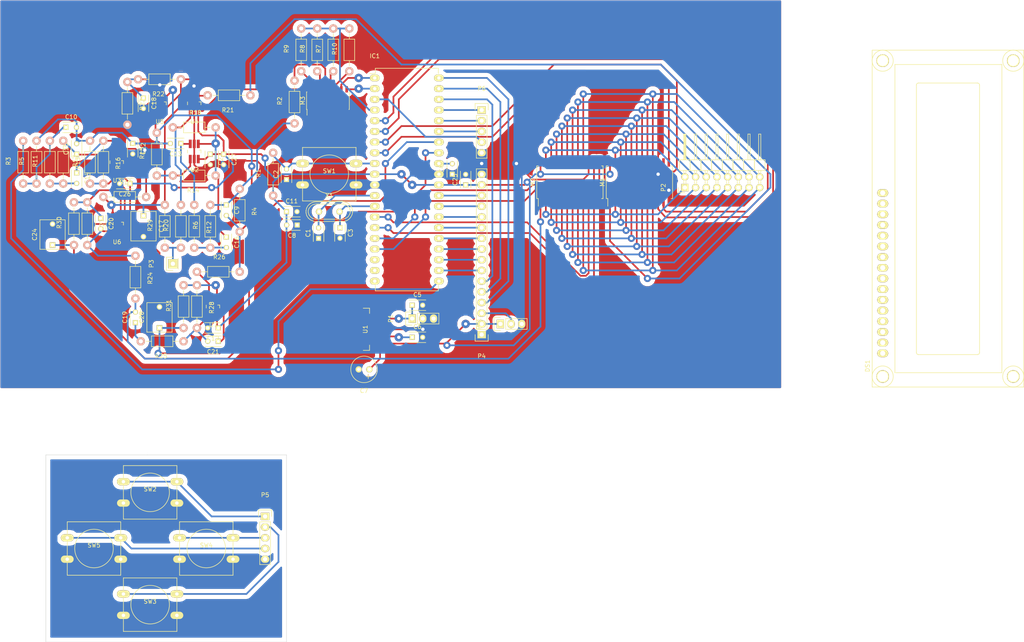
<source format=kicad_pcb>
(kicad_pcb (version 4) (host pcbnew 4.0.0-rc1-stable)
  (layers (0 F.Cu signal) (31 B.Cu signal) (34 B.Paste user) (35 F.Paste user) (36 B.SilkS user) (37 F.SilkS user) (38 B.Mask user) (39 F.Mask user) (44 Edge.Cuts user))
  (net 0 "")
  (net 1 /GND)
  (net 2 "Net-(C1-Pad2)")
  (net 3 /RESET)
  (net 4 "Net-(C3-Pad1)")
  (net 5 "Net-(C4-Pad2)")
  (net 6 "Net-(C5-Pad1)")
  (net 7 "Net-(C6-Pad1)")
  (net 8 /VCC)
  (net 9 "Net-(C9-Pad1)")
  (net 10 /VCC/2)
  (net 11 "Net-(C10-Pad1)")
  (net 12 "Net-(C13-Pad1)")
  (net 13 "Net-(C14-Pad1)")
  (net 14 "Net-(C14-Pad2)")
  (net 15 "Net-(C15-Pad1)")
  (net 16 "Net-(C16-Pad1)")
  (net 17 "Net-(C16-Pad2)")
  (net 18 /OFFSET)
  (net 19 "Net-(C18-Pad1)")
  (net 20 "Net-(C19-Pad1)")
  (net 21 /MUX1IO)
  (net 22 "Net-(C20-Pad1)")
  (net 23 "Net-(C20-Pad2)")
  (net 24 "Net-(C21-Pad1)")
  (net 25 "Net-(C21-Pad2)")
  (net 26 /ADCOFFSET)
  (net 27 /ADCIMPEDANCE)
  (net 28 /POTE)
  (net 29 /LCDRS)
  (net 30 /LCDRW)
  (net 31 /LCDE)
  (net 32 /LCDD0)
  (net 33 /LCDD1)
  (net 34 /LCDD2)
  (net 35 /LCDD3)
  (net 36 /LCDD4)
  (net 37 /LCDD5)
  (net 38 /LCDD6)
  (net 39 /LCDD7)
  (net 40 /MUX2A)
  (net 41 /MUX2B)
  (net 42 /BESC)
  (net 43 /PWMSIGNAL)
  (net 44 /MUX0S0)
  (net 45 /MUX0S1)
  (net 46 /MUX0S2)
  (net 47 /MUX0S3)
  (net 48 /MUX1S0)
  (net 49 /MUX1S1)
  (net 50 /MUX1S2)
  (net 51 /MUX1S3)
  (net 52 "Net-(IC1-Pad18)")
  (net 53 "Net-(IC1-Pad19)")
  (net 54 "Net-(IC1-Pad20)")
  (net 55 /PWMREF)
  (net 56 /BOK)
  (net 57 /BDOWN)
  (net 58 /BUP)
  (net 59 /MUX0IO)
  (net 60 /E7)
  (net 61 /E6)
  (net 62 /E5)
  (net 63 /E4)
  (net 64 /E3)
  (net 65 /E2)
  (net 66 /E1)
  (net 67 /E0)
  (net 68 /E15)
  (net 69 /E14)
  (net 70 /E13)
  (net 71 /E12)
  (net 72 /E11)
  (net 73 /E10)
  (net 74 /E9)
  (net 75 /E8)
  (net 76 /x200nA)
  (net 77 /x30nA)
  (net 78 /MUX2IO)
  (net 79 /x80nA)
  (net 80 /x120nA)
  (net 81 /CUBE)
  (net 82 "Net-(R14-Pad2)")
  (net 83 "Net-(R16-Pad2)")
  (net 84 "Net-(R18-Pad1)")
  (net 85 "Net-(R21-Pad2)")
  (net 86 "Net-(R26-Pad1)")
  (module Display:WC1602A (layer F.Cu) (at 238.76 109.855 90)
    (fp_text reference DS1 (at -2.99974 -3.59918 90) (layer F.SilkS))
    (fp_text value LCD-016N002L)
    (pad 1 thru_hole oval (at 0 0 90) (size 1.8 2.6) (drill 1.2) (layers *.Cu *.Mask F.SilkS) (net 1 /GND))
    (pad 2 thru_hole oval (at 2.54 0 90) (size 1.8 2.6) (drill 1.2) (layers *.Cu *.Mask F.SilkS) (net 8 /VCC))
    (pad 3 thru_hole oval (at 5.08 0 90) (size 1.8 2.6) (drill 1.2) (layers *.Cu *.Mask F.SilkS) (net 28 /POTE))
    (pad 4 thru_hole oval (at 7.62 0 90) (size 1.8 2.6) (drill 1.2) (layers *.Cu *.Mask F.SilkS) (net 29 /LCDRS))
    (pad 5 thru_hole oval (at 10.16 0 90) (size 1.8 2.6) (drill 1.2) (layers *.Cu *.Mask F.SilkS) (net 30 /LCDRW))
    (pad 6 thru_hole oval (at 12.7 0 90) (size 1.8 2.6) (drill 1.2) (layers *.Cu *.Mask F.SilkS) (net 31 /LCDE))
    (pad 7 thru_hole oval (at 15.24 0 90) (size 1.8 2.6) (drill 1.2) (layers *.Cu *.Mask F.SilkS) (net 32 /LCDD0))
    (pad 8 thru_hole oval (at 17.78 0 90) (size 1.8 2.6) (drill 1.2) (layers *.Cu *.Mask F.SilkS) (net 33 /LCDD1))
    (pad 9 thru_hole oval (at 20.32 0 90) (size 1.8 2.6) (drill 1.2) (layers *.Cu *.Mask F.SilkS) (net 34 /LCDD2))
    (pad 10 thru_hole oval (at 22.86 0 90) (size 1.8 2.6) (drill 1.2) (layers *.Cu *.Mask F.SilkS) (net 35 /LCDD3))
    (pad 11 thru_hole oval (at 25.4 0 90) (size 1.8 2.6) (drill 1.2) (layers *.Cu *.Mask F.SilkS) (net 36 /LCDD4))
    (pad 12 thru_hole oval (at 27.94 0 90) (size 1.8 2.6) (drill 1.2) (layers *.Cu *.Mask F.SilkS) (net 37 /LCDD5))
    (pad 13 thru_hole oval (at 30.48 0 90) (size 1.8 2.6) (drill 1.2) (layers *.Cu *.Mask F.SilkS) (net 38 /LCDD6))
    (pad 14 thru_hole oval (at 33.02 0 90) (size 1.8 2.6) (drill 1.2) (layers *.Cu *.Mask F.SilkS) (net 39 /LCDD7))
    (pad 15 thru_hole oval (at 35.56 0 90) (size 1.8 2.6) (drill 1.2) (layers *.Cu *.Mask F.SilkS) (net 8 /VCC))
    (pad 16 thru_hole oval (at 38.1 0 90) (size 1.8 2.6) (drill 1.2) (layers *.Cu *.Mask F.SilkS) (net 1 /GND))
    (pad 0 thru_hole circle (at -5.4991 0 90) (size 3 3) (drill 2.5) (layers *.Cu *.Mask F.SilkS))
    (pad 0 thru_hole circle (at -5.4991 31.0007 90) (size 3 3) (drill 2.5) (layers *.Cu *.Mask F.SilkS))
    (pad 0 thru_hole circle (at 69.49948 31.0007 90) (size 3 3) (drill 2.5) (layers *.Cu *.Mask F.SilkS))
    (pad 0 thru_hole circle (at 69.49948 0 90) (size 3 3) (drill 2.5) (layers *.Cu *.Mask F.SilkS))
  )
  (module Capacitors_ThroughHole:C_Rect_L4_W2.5_P2.5 (layer F.Cu) (at 104.775 82.55 90)
    (fp_text reference C1 (at 1.25 -2.5 90) (layer F.SilkS))
    (fp_text value 10p)
    (pad 1 thru_hole rect (at 0 0 90) (size 1.2 1.2) (drill 0.7) (layers *.Cu *.Mask F.SilkS) (net 1 /GND))
    (pad 2 thru_hole circle (at 2.5 0 90) (size 1.2 1.2) (drill 0.7) (layers *.Cu *.Mask F.SilkS) (net 2 "Net-(C1-Pad2)"))
  )
  (module Capacitors_ThroughHole:C_Rect_L4_W2.5_P2.5 (layer F.Cu) (at 97.155 68.58 90)
    (fp_text reference C2 (at 1.25 -2.5 90) (layer F.SilkS))
    (fp_text value 100n)
    (pad 1 thru_hole rect (at 0 0 90) (size 1.2 1.2) (drill 0.7) (layers *.Cu *.Mask F.SilkS) (net 1 /GND))
    (pad 2 thru_hole circle (at 2.5 0 90) (size 1.2 1.2) (drill 0.7) (layers *.Cu *.Mask F.SilkS) (net 3 /RESET))
  )
  (module Capacitors_ThroughHole:C_Rect_L4_W2.5_P2.5 (layer F.Cu) (at 109.855 80.01 270)
    (fp_text reference C3 (at 1.25 -2.5 270) (layer F.SilkS))
    (fp_text value 10p)
    (pad 1 thru_hole rect (at 0 0 270) (size 1.2 1.2) (drill 0.7) (layers *.Cu *.Mask F.SilkS) (net 4 "Net-(C3-Pad1)"))
    (pad 2 thru_hole circle (at 2.5 0 270) (size 1.2 1.2) (drill 0.7) (layers *.Cu *.Mask F.SilkS) (net 1 /GND))
  )
  (module Capacitors_ThroughHole:C_Rect_L4_W2.5_P2.5 (layer F.Cu) (at 136.525 67.31 90)
    (fp_text reference C4 (at 1.25 -2.5 90) (layer F.SilkS))
    (fp_text value 100n)
    (pad 1 thru_hole rect (at 0 0 90) (size 1.2 1.2) (drill 0.7) (layers *.Cu *.Mask F.SilkS) (net 1 /GND))
    (pad 2 thru_hole circle (at 2.5 0 90) (size 1.2 1.2) (drill 0.7) (layers *.Cu *.Mask F.SilkS) (net 5 "Net-(C4-Pad2)"))
  )
  (module Capacitors_ThroughHole:C_Rect_L4_W2.5_P2.5 (layer F.Cu) (at 127 98.425)
    (fp_text reference C5 (at 1.25 -2.5) (layer F.SilkS))
    (fp_text value 100n)
    (pad 1 thru_hole rect (at 0 0) (size 1.2 1.2) (drill 0.7) (layers *.Cu *.Mask F.SilkS) (net 6 "Net-(C5-Pad1)"))
    (pad 2 thru_hole circle (at 2.5 0) (size 1.2 1.2) (drill 0.7) (layers *.Cu *.Mask F.SilkS) (net 1 /GND))
  )
  (module Capacitors_ThroughHole:C_Rect_L4_W2.5_P2.5 (layer F.Cu) (at 127 106.045)
    (fp_text reference C6 (at 1.25 -2.5) (layer F.SilkS))
    (fp_text value 10n)
    (pad 1 thru_hole rect (at 0 0) (size 1.2 1.2) (drill 0.7) (layers *.Cu *.Mask F.SilkS) (net 7 "Net-(C6-Pad1)"))
    (pad 2 thru_hole circle (at 2.5 0) (size 1.2 1.2) (drill 0.7) (layers *.Cu *.Mask F.SilkS) (net 1 /GND))
  )
  (module Capacitors_Elko_ThroughHole:Elko_vert_11.2x6.3mm_RM2.5 (layer F.Cu) (at 116.84 113.665 180)
    (fp_text reference C7 (at 1.27 -5.08 180) (layer F.SilkS))
    (fp_text value 10u)
    (fp_line (start 0.26924 -1.69926) (end 0.76962 -1.69926) (layer F.Cu) (width 0.15))
    (fp_line (start 0.26924 -1.69926) (end 0.26924 -2.19964) (layer F.Cu) (width 0.15))
    (fp_line (start -0.23114 -1.69926) (end 0.26924 -1.69926) (layer F.Cu) (width 0.15))
    (fp_line (start 0.26924 -1.69926) (end 0.26924 -1.30048) (layer F.Cu) (width 0.15))
    (fp_line (start 0.26924 -1.30048) (end 0.26924 -1.19888) (layer F.Cu) (width 0.15))
    (pad 2 thru_hole circle (at 2.54 0 180) (size 1.50114 1.50114) (drill 0.8001) (layers *.Cu *.Mask F.SilkS) (net 1 /GND))
    (pad 1 thru_hole circle (at 0 0 180) (size 1.50114 1.50114) (drill 0.8001) (layers *.Cu *.Mask F.SilkS) (net 8 /VCC))
  )
  (module Capacitors_ThroughHole:C_Rect_L4_W2.5_P2.5 (layer F.Cu) (at 99.695 79.375 180)
    (fp_text reference C8 (at 1.25 -2.5 180) (layer F.SilkS))
    (fp_text value 100n)
    (pad 1 thru_hole rect (at 0 0 180) (size 1.2 1.2) (drill 0.7) (layers *.Cu *.Mask F.SilkS) (net 1 /GND))
    (pad 2 thru_hole circle (at 2.5 0 180) (size 1.2 1.2) (drill 0.7) (layers *.Cu *.Mask F.SilkS) (net 8 /VCC))
  )
  (module Capacitors_ThroughHole:C_Rect_L4_W2.5_P2.5 (layer F.Cu) (at 82.8675 74.6125 270)
    (fp_text reference C9 (at 1.25 -2.5 270) (layer F.SilkS))
    (fp_text value 47n)
    (pad 1 thru_hole rect (at 0 0 270) (size 1.2 1.2) (drill 0.7) (layers *.Cu *.Mask F.SilkS) (net 9 "Net-(C9-Pad1)"))
    (pad 2 thru_hole circle (at 2.5 0 270) (size 1.2 1.2) (drill 0.7) (layers *.Cu *.Mask F.SilkS) (net 10 /VCC/2))
  )
  (module Capacitors_ThroughHole:C_Rect_L4_W2.5_P2.5 (layer F.Cu) (at 44.7675 56.1975)
    (fp_text reference C10 (at 1.25 -2.5) (layer F.SilkS))
    (fp_text value 47n)
    (pad 1 thru_hole rect (at 0 0) (size 1.2 1.2) (drill 0.7) (layers *.Cu *.Mask F.SilkS) (net 11 "Net-(C10-Pad1)"))
    (pad 2 thru_hole circle (at 2.5 0) (size 1.2 1.2) (drill 0.7) (layers *.Cu *.Mask F.SilkS) (net 10 /VCC/2))
  )
  (module Capacitors_ThroughHole:C_Rect_L4_W2.5_P2.5 (layer F.Cu) (at 97.155 76.2)
    (fp_text reference C11 (at 1.25 -2.5) (layer F.SilkS))
    (fp_text value 100n)
    (pad 1 thru_hole rect (at 0 0) (size 1.2 1.2) (drill 0.7) (layers *.Cu *.Mask F.SilkS) (net 8 /VCC))
    (pad 2 thru_hole circle (at 2.5 0) (size 1.2 1.2) (drill 0.7) (layers *.Cu *.Mask F.SilkS) (net 1 /GND))
  )
  (module Capacitors_ThroughHole:C_Rect_L4_W2.5_P2.5 (layer F.Cu) (at 80.9625 103.8225 180)
    (fp_text reference C12 (at 1.25 -2.5 180) (layer F.SilkS))
    (fp_text value 100n)
    (pad 1 thru_hole rect (at 0 0 180) (size 1.2 1.2) (drill 0.7) (layers *.Cu *.Mask F.SilkS) (net 8 /VCC))
    (pad 2 thru_hole circle (at 2.5 0 180) (size 1.2 1.2) (drill 0.7) (layers *.Cu *.Mask F.SilkS) (net 1 /GND))
  )
  (module Capacitors_ThroughHole:C_Rect_L4_W2.5_P2.5 (layer F.Cu) (at 72.0725 60.0075 180)
    (fp_text reference C13 (at 1.25 -2.5 180) (layer F.SilkS))
    (fp_text value 4.7n)
    (pad 1 thru_hole rect (at 0 0 180) (size 1.2 1.2) (drill 0.7) (layers *.Cu *.Mask F.SilkS) (net 12 "Net-(C13-Pad1)"))
    (pad 2 thru_hole circle (at 2.5 0 180) (size 1.2 1.2) (drill 0.7) (layers *.Cu *.Mask F.SilkS) (net 10 /VCC/2))
  )
  (module Capacitors_ThroughHole:C_Rect_L4_W2.5_P2.5 (layer F.Cu) (at 47.3075 66.9925 270)
    (fp_text reference C14 (at 1.25 -2.5 270) (layer F.SilkS))
    (fp_text value 4.7n)
    (pad 1 thru_hole rect (at 0 0 270) (size 1.2 1.2) (drill 0.7) (layers *.Cu *.Mask F.SilkS) (net 13 "Net-(C14-Pad1)"))
    (pad 2 thru_hole circle (at 2.5 0 270) (size 1.2 1.2) (drill 0.7) (layers *.Cu *.Mask F.SilkS) (net 14 "Net-(C14-Pad2)"))
  )
  (module Capacitors_ThroughHole:C_Rect_L4_W2.5_P2.5 (layer F.Cu) (at 47.3075 62.5475 90)
    (fp_text reference C15 (at 1.25 -2.5 90) (layer F.SilkS))
    (fp_text value 4.7n)
    (pad 1 thru_hole rect (at 0 0 90) (size 1.2 1.2) (drill 0.7) (layers *.Cu *.Mask F.SilkS) (net 15 "Net-(C15-Pad1)"))
    (pad 2 thru_hole circle (at 2.5 0 90) (size 1.2 1.2) (drill 0.7) (layers *.Cu *.Mask F.SilkS) (net 10 /VCC/2))
  )
  (module Capacitors_ThroughHole:C_Rect_L4_W2.5_P2.5 (layer F.Cu) (at 82.8675 82.2325 270)
    (fp_text reference C16 (at 1.25 -2.5 270) (layer F.SilkS))
    (fp_text value 4.7n)
    (pad 1 thru_hole rect (at 0 0 270) (size 1.2 1.2) (drill 0.7) (layers *.Cu *.Mask F.SilkS) (net 16 "Net-(C16-Pad1)"))
    (pad 2 thru_hole circle (at 2.5 0 270) (size 1.2 1.2) (drill 0.7) (layers *.Cu *.Mask F.SilkS) (net 17 "Net-(C16-Pad2)"))
  )
  (module Capacitors_ThroughHole:C_Rect_L7_W6_P5 (layer F.Cu) (at 63.1825 77.1525 270)
    (fp_text reference C17 (at 2.5 -4.25 270) (layer F.SilkS))
    (fp_text value 1u)
    (pad 1 thru_hole rect (at 0 0 270) (size 1.3 1.3) (drill 0.8) (layers *.Cu *.Mask F.SilkS) (net 18 /OFFSET))
    (pad 2 thru_hole circle (at 5 0 270) (size 1.3 1.3) (drill 0.8) (layers *.Cu *.Mask F.SilkS) (net 1 /GND))
  )
  (module Capacitors_ThroughHole:C_Rect_L4_W2.5_P2.5 (layer F.Cu) (at 63.1825 49.2125 270)
    (fp_text reference C18 (at 1.25 -2.5 270) (layer F.SilkS))
    (fp_text value 100n)
    (pad 1 thru_hole rect (at 0 0 270) (size 1.2 1.2) (drill 0.7) (layers *.Cu *.Mask F.SilkS) (net 19 "Net-(C18-Pad1)"))
    (pad 2 thru_hole circle (at 2.5 0 270) (size 1.2 1.2) (drill 0.7) (layers *.Cu *.Mask F.SilkS) (net 1 /GND))
  )
  (module Capacitors_ThroughHole:C_Rect_L4_W2.5_P2.5 (layer F.Cu) (at 61.2775 102.5525 90)
    (fp_text reference C19 (at 1.25 -2.5 90) (layer F.SilkS))
    (fp_text value 47n)
    (pad 1 thru_hole rect (at 0 0 90) (size 1.2 1.2) (drill 0.7) (layers *.Cu *.Mask F.SilkS) (net 20 "Net-(C19-Pad1)"))
    (pad 2 thru_hole circle (at 2.5 0 90) (size 1.2 1.2) (drill 0.7) (layers *.Cu *.Mask F.SilkS) (net 21 /MUX1IO))
  )
  (module Capacitors_ThroughHole:C_Rect_L4_W2.5_P2.5 (layer F.Cu) (at 53.0225 77.7875 270)
    (fp_text reference C20 (at 1.25 -2.5 270) (layer F.SilkS))
    (fp_text value 100n)
    (pad 1 thru_hole rect (at 0 0 270) (size 1.2 1.2) (drill 0.7) (layers *.Cu *.Mask F.SilkS) (net 22 "Net-(C20-Pad1)"))
    (pad 2 thru_hole circle (at 2.5 0 270) (size 1.2 1.2) (drill 0.7) (layers *.Cu *.Mask F.SilkS) (net 23 "Net-(C20-Pad2)"))
  )
  (module Capacitors_ThroughHole:C_Rect_L4_W2.5_P2.5 (layer F.Cu) (at 80.9625 106.9975 180)
    (fp_text reference C21 (at 1.25 -2.5 180) (layer F.SilkS))
    (fp_text value 1n)
    (pad 1 thru_hole rect (at 0 0 180) (size 1.2 1.2) (drill 0.7) (layers *.Cu *.Mask F.SilkS) (net 24 "Net-(C21-Pad1)"))
    (pad 2 thru_hole circle (at 2.5 0 180) (size 1.2 1.2) (drill 0.7) (layers *.Cu *.Mask F.SilkS) (net 25 "Net-(C21-Pad2)"))
  )
  (module Capacitors_ThroughHole:C_Rect_L4_W2.5_P2.5 (layer F.Cu) (at 60.6425 60.0075 270)
    (fp_text reference C22 (at 1.25 -2.5 270) (layer F.SilkS))
    (fp_text value 100n)
    (pad 1 thru_hole rect (at 0 0 270) (size 1.2 1.2) (drill 0.7) (layers *.Cu *.Mask F.SilkS) (net 10 /VCC/2))
    (pad 2 thru_hole circle (at 2.5 0 270) (size 1.2 1.2) (drill 0.7) (layers *.Cu *.Mask F.SilkS) (net 1 /GND))
  )
  (module Capacitors_ThroughHole:C_Rect_L4_W2.5_P2.5 (layer F.Cu) (at 79.0575 62.5475 270)
    (fp_text reference C23 (at 1.25 -2.5 270) (layer F.SilkS))
    (fp_text value 100n)
    (pad 1 thru_hole rect (at 0 0 270) (size 1.2 1.2) (drill 0.7) (layers *.Cu *.Mask F.SilkS) (net 8 /VCC))
    (pad 2 thru_hole circle (at 2.5 0 270) (size 1.2 1.2) (drill 0.7) (layers *.Cu *.Mask F.SilkS) (net 1 /GND))
  )
  (module Capacitors_ThroughHole:C_Rect_L7_W6_P5 (layer F.Cu) (at 41.5925 84.1375 90)
    (fp_text reference C24 (at 2.5 -4.25 90) (layer F.SilkS))
    (fp_text value 1u)
    (pad 1 thru_hole rect (at 0 0 90) (size 1.3 1.3) (drill 0.8) (layers *.Cu *.Mask F.SilkS) (net 26 /ADCOFFSET))
    (pad 2 thru_hole circle (at 5 0 90) (size 1.3 1.3) (drill 0.8) (layers *.Cu *.Mask F.SilkS) (net 1 /GND))
  )
  (module Capacitors_ThroughHole:C_Rect_L4_W2.5_P2.5 (layer F.Cu) (at 139.7 69.85 90)
    (fp_text reference C25 (at 1.25 -2.5 90) (layer F.SilkS))
    (fp_text value 100n)
    (pad 1 thru_hole rect (at 0 0 90) (size 1.2 1.2) (drill 0.7) (layers *.Cu *.Mask F.SilkS) (net 8 /VCC))
    (pad 2 thru_hole circle (at 2.5 0 90) (size 1.2 1.2) (drill 0.7) (layers *.Cu *.Mask F.SilkS) (net 1 /GND))
  )
  (module Capacitors_ThroughHole:C_Rect_L4_W2.5_P2.5 (layer F.Cu) (at 60.0075 69.5325 180)
    (fp_text reference C26 (at 1.25 -2.5 180) (layer F.SilkS))
    (fp_text value 100n)
    (pad 1 thru_hole rect (at 0 0 180) (size 1.2 1.2) (drill 0.7) (layers *.Cu *.Mask F.SilkS) (net 8 /VCC))
    (pad 2 thru_hole circle (at 2.5 0 180) (size 1.2 1.2) (drill 0.7) (layers *.Cu *.Mask F.SilkS) (net 1 /GND))
  )
  (module Capacitors_ThroughHole:C_Rect_L4_W2.5_P2.5 (layer F.Cu) (at 82.2325 62.5475 270)
    (fp_text reference C27 (at 1.25 -2.5 270) (layer F.SilkS))
    (fp_text value 100n)
    (pad 1 thru_hole rect (at 0 0 270) (size 1.2 1.2) (drill 0.7) (layers *.Cu *.Mask F.SilkS) (net 8 /VCC))
    (pad 2 thru_hole circle (at 2.5 0 270) (size 1.2 1.2) (drill 0.7) (layers *.Cu *.Mask F.SilkS) (net 1 /GND))
  )
  (module Capacitors_ThroughHole:C_Rect_L7_W6_P5 (layer F.Cu) (at 66.9925 103.8225 90)
    (fp_text reference C28 (at 2.5 -4.25 90) (layer F.SilkS))
    (fp_text value 10n)
    (pad 1 thru_hole rect (at 0 0 90) (size 1.3 1.3) (drill 0.8) (layers *.Cu *.Mask F.SilkS) (net 27 /ADCIMPEDANCE))
    (pad 2 thru_hole circle (at 5 0 90) (size 1.3 1.3) (drill 0.8) (layers *.Cu *.Mask F.SilkS) (net 1 /GND))
  )
  (module Housings_DIP:DIP-40_W15.24mm_LongPads (layer F.Cu) (at 118.11 44.45)
    (fp_text reference IC1 (at 0 -5.22) (layer F.SilkS))
    (fp_text value ATMEGA32-P)
    (pad 1 thru_hole oval (at 0 0) (size 2.3 1.6) (drill 0.8) (layers *.Cu *.Mask F.SilkS) (net 40 /MUX2A))
    (pad 2 thru_hole oval (at 0 2.54) (size 2.3 1.6) (drill 0.8) (layers *.Cu *.Mask F.SilkS) (net 41 /MUX2B))
    (pad 3 thru_hole oval (at 0 5.08) (size 2.3 1.6) (drill 0.8) (layers *.Cu *.Mask F.SilkS) (net 42 /BESC))
    (pad 4 thru_hole oval (at 0 7.62) (size 2.3 1.6) (drill 0.8) (layers *.Cu *.Mask F.SilkS) (net 43 /PWMSIGNAL))
    (pad 5 thru_hole oval (at 0 10.16) (size 2.3 1.6) (drill 0.8) (layers *.Cu *.Mask F.SilkS) (net 44 /MUX0S0))
    (pad 6 thru_hole oval (at 0 12.7) (size 2.3 1.6) (drill 0.8) (layers *.Cu *.Mask F.SilkS) (net 45 /MUX0S1))
    (pad 7 thru_hole oval (at 0 15.24) (size 2.3 1.6) (drill 0.8) (layers *.Cu *.Mask F.SilkS) (net 46 /MUX0S2))
    (pad 8 thru_hole oval (at 0 17.78) (size 2.3 1.6) (drill 0.8) (layers *.Cu *.Mask F.SilkS) (net 47 /MUX0S3))
    (pad 9 thru_hole oval (at 0 20.32) (size 2.3 1.6) (drill 0.8) (layers *.Cu *.Mask F.SilkS) (net 3 /RESET))
    (pad 10 thru_hole oval (at 0 22.86) (size 2.3 1.6) (drill 0.8) (layers *.Cu *.Mask F.SilkS) (net 8 /VCC))
    (pad 11 thru_hole oval (at 0 25.4) (size 2.3 1.6) (drill 0.8) (layers *.Cu *.Mask F.SilkS) (net 1 /GND))
    (pad 12 thru_hole oval (at 0 27.94) (size 2.3 1.6) (drill 0.8) (layers *.Cu *.Mask F.SilkS) (net 2 "Net-(C1-Pad2)"))
    (pad 13 thru_hole oval (at 0 30.48) (size 2.3 1.6) (drill 0.8) (layers *.Cu *.Mask F.SilkS) (net 4 "Net-(C3-Pad1)"))
    (pad 14 thru_hole oval (at 0 33.02) (size 2.3 1.6) (drill 0.8) (layers *.Cu *.Mask F.SilkS) (net 48 /MUX1S0))
    (pad 15 thru_hole oval (at 0 35.56) (size 2.3 1.6) (drill 0.8) (layers *.Cu *.Mask F.SilkS) (net 49 /MUX1S1))
    (pad 16 thru_hole oval (at 0 38.1) (size 2.3 1.6) (drill 0.8) (layers *.Cu *.Mask F.SilkS) (net 50 /MUX1S2))
    (pad 17 thru_hole oval (at 0 40.64) (size 2.3 1.6) (drill 0.8) (layers *.Cu *.Mask F.SilkS) (net 51 /MUX1S3))
    (pad 18 thru_hole oval (at 0 43.18) (size 2.3 1.6) (drill 0.8) (layers *.Cu *.Mask F.SilkS) (net 52 "Net-(IC1-Pad18)"))
    (pad 19 thru_hole oval (at 0 45.72) (size 2.3 1.6) (drill 0.8) (layers *.Cu *.Mask F.SilkS) (net 53 "Net-(IC1-Pad19)"))
    (pad 20 thru_hole oval (at 0 48.26) (size 2.3 1.6) (drill 0.8) (layers *.Cu *.Mask F.SilkS) (net 54 "Net-(IC1-Pad20)"))
    (pad 21 thru_hole oval (at 15.24 48.26) (size 2.3 1.6) (drill 0.8) (layers *.Cu *.Mask F.SilkS) (net 55 /PWMREF))
    (pad 22 thru_hole oval (at 15.24 45.72) (size 2.3 1.6) (drill 0.8) (layers *.Cu *.Mask F.SilkS) (net 32 /LCDD0))
    (pad 23 thru_hole oval (at 15.24 43.18) (size 2.3 1.6) (drill 0.8) (layers *.Cu *.Mask F.SilkS) (net 33 /LCDD1))
    (pad 24 thru_hole oval (at 15.24 40.64) (size 2.3 1.6) (drill 0.8) (layers *.Cu *.Mask F.SilkS) (net 34 /LCDD2))
    (pad 25 thru_hole oval (at 15.24 38.1) (size 2.3 1.6) (drill 0.8) (layers *.Cu *.Mask F.SilkS) (net 35 /LCDD3))
    (pad 26 thru_hole oval (at 15.24 35.56) (size 2.3 1.6) (drill 0.8) (layers *.Cu *.Mask F.SilkS) (net 36 /LCDD4))
    (pad 27 thru_hole oval (at 15.24 33.02) (size 2.3 1.6) (drill 0.8) (layers *.Cu *.Mask F.SilkS) (net 37 /LCDD5))
    (pad 28 thru_hole oval (at 15.24 30.48) (size 2.3 1.6) (drill 0.8) (layers *.Cu *.Mask F.SilkS) (net 38 /LCDD6))
    (pad 29 thru_hole oval (at 15.24 27.94) (size 2.3 1.6) (drill 0.8) (layers *.Cu *.Mask F.SilkS) (net 39 /LCDD7))
    (pad 30 thru_hole oval (at 15.24 25.4) (size 2.3 1.6) (drill 0.8) (layers *.Cu *.Mask F.SilkS) (net 8 /VCC))
    (pad 31 thru_hole oval (at 15.24 22.86) (size 2.3 1.6) (drill 0.8) (layers *.Cu *.Mask F.SilkS) (net 1 /GND))
    (pad 32 thru_hole oval (at 15.24 20.32) (size 2.3 1.6) (drill 0.8) (layers *.Cu *.Mask F.SilkS) (net 5 "Net-(C4-Pad2)"))
    (pad 33 thru_hole oval (at 15.24 17.78) (size 2.3 1.6) (drill 0.8) (layers *.Cu *.Mask F.SilkS) (net 26 /ADCOFFSET))
    (pad 34 thru_hole oval (at 15.24 15.24) (size 2.3 1.6) (drill 0.8) (layers *.Cu *.Mask F.SilkS) (net 27 /ADCIMPEDANCE))
    (pad 35 thru_hole oval (at 15.24 12.7) (size 2.3 1.6) (drill 0.8) (layers *.Cu *.Mask F.SilkS) (net 56 /BOK))
    (pad 36 thru_hole oval (at 15.24 10.16) (size 2.3 1.6) (drill 0.8) (layers *.Cu *.Mask F.SilkS) (net 57 /BDOWN))
    (pad 37 thru_hole oval (at 15.24 7.62) (size 2.3 1.6) (drill 0.8) (layers *.Cu *.Mask F.SilkS) (net 58 /BUP))
    (pad 38 thru_hole oval (at 15.24 5.08) (size 2.3 1.6) (drill 0.8) (layers *.Cu *.Mask F.SilkS) (net 31 /LCDE))
    (pad 39 thru_hole oval (at 15.24 2.54) (size 2.3 1.6) (drill 0.8) (layers *.Cu *.Mask F.SilkS) (net 30 /LCDRW))
    (pad 40 thru_hole oval (at 15.24 0) (size 2.3 1.6) (drill 0.8) (layers *.Cu *.Mask F.SilkS) (net 29 /LCDRS))
  )
  (module Housings_SOIC:SOIC-24_7.5x15.4mm_Pitch1.27mm (layer F.Cu) (at 180.975 69.215 90)
    (fp_text reference M1 (at 0 -8.8 90) (layer F.SilkS))
    (fp_text value DIL24)
    (pad 1 smd rect (at -4.7 -6.985 90) (size 2 0.6) (layers F.Cu F.Paste F.Mask) (net 59 /MUX0IO))
    (pad 2 smd rect (at -4.7 -5.715 90) (size 2 0.6) (layers F.Cu F.Paste F.Mask) (net 60 /E7))
    (pad 3 smd rect (at -4.7 -4.445 90) (size 2 0.6) (layers F.Cu F.Paste F.Mask) (net 61 /E6))
    (pad 4 smd rect (at -4.7 -3.175 90) (size 2 0.6) (layers F.Cu F.Paste F.Mask) (net 62 /E5))
    (pad 5 smd rect (at -4.7 -1.905 90) (size 2 0.6) (layers F.Cu F.Paste F.Mask) (net 63 /E4))
    (pad 6 smd rect (at -4.7 -0.635 90) (size 2 0.6) (layers F.Cu F.Paste F.Mask) (net 64 /E3))
    (pad 7 smd rect (at -4.7 0.635 90) (size 2 0.6) (layers F.Cu F.Paste F.Mask) (net 65 /E2))
    (pad 8 smd rect (at -4.7 1.905 90) (size 2 0.6) (layers F.Cu F.Paste F.Mask) (net 66 /E1))
    (pad 9 smd rect (at -4.7 3.175 90) (size 2 0.6) (layers F.Cu F.Paste F.Mask) (net 67 /E0))
    (pad 10 smd rect (at -4.7 4.445 90) (size 2 0.6) (layers F.Cu F.Paste F.Mask) (net 44 /MUX0S0))
    (pad 11 smd rect (at -4.7 5.715 90) (size 2 0.6) (layers F.Cu F.Paste F.Mask) (net 45 /MUX0S1))
    (pad 12 smd rect (at -4.7 6.985 90) (size 2 0.6) (layers F.Cu F.Paste F.Mask) (net 1 /GND))
    (pad 13 smd rect (at 4.7 6.985 90) (size 2 0.6) (layers F.Cu F.Paste F.Mask) (net 47 /MUX0S3))
    (pad 14 smd rect (at 4.7 5.715 90) (size 2 0.6) (layers F.Cu F.Paste F.Mask) (net 46 /MUX0S2))
    (pad 15 smd rect (at 4.7 4.445 90) (size 2 0.6) (layers F.Cu F.Paste F.Mask) (net 1 /GND))
    (pad 16 smd rect (at 4.7 3.175 90) (size 2 0.6) (layers F.Cu F.Paste F.Mask) (net 68 /E15))
    (pad 17 smd rect (at 4.7 1.905 90) (size 2 0.6) (layers F.Cu F.Paste F.Mask) (net 69 /E14))
    (pad 18 smd rect (at 4.7 0.635 90) (size 2 0.6) (layers F.Cu F.Paste F.Mask) (net 70 /E13))
    (pad 19 smd rect (at 4.7 -0.635 90) (size 2 0.6) (layers F.Cu F.Paste F.Mask) (net 71 /E12))
    (pad 20 smd rect (at 4.7 -1.905 90) (size 2 0.6) (layers F.Cu F.Paste F.Mask) (net 72 /E11))
    (pad 21 smd rect (at 4.7 -3.175 90) (size 2 0.6) (layers F.Cu F.Paste F.Mask) (net 73 /E10))
    (pad 22 smd rect (at 4.7 -4.445 90) (size 2 0.6) (layers F.Cu F.Paste F.Mask) (net 74 /E9))
    (pad 23 smd rect (at 4.7 -5.715 90) (size 2 0.6) (layers F.Cu F.Paste F.Mask) (net 75 /E8))
    (pad 24 smd rect (at 4.7 -6.985 90) (size 2 0.6) (layers F.Cu F.Paste F.Mask) (net 8 /VCC))
  )
  (module Housings_SOIC:SOIC-24_7.5x15.4mm_Pitch1.27mm (layer F.Cu) (at 164.465 69.215 90)
    (fp_text reference M2 (at 0 -8.8 90) (layer F.SilkS))
    (fp_text value DIL24)
    (pad 1 smd rect (at -4.7 -6.985 90) (size 2 0.6) (layers F.Cu F.Paste F.Mask) (net 21 /MUX1IO))
    (pad 2 smd rect (at -4.7 -5.715 90) (size 2 0.6) (layers F.Cu F.Paste F.Mask) (net 60 /E7))
    (pad 3 smd rect (at -4.7 -4.445 90) (size 2 0.6) (layers F.Cu F.Paste F.Mask) (net 61 /E6))
    (pad 4 smd rect (at -4.7 -3.175 90) (size 2 0.6) (layers F.Cu F.Paste F.Mask) (net 62 /E5))
    (pad 5 smd rect (at -4.7 -1.905 90) (size 2 0.6) (layers F.Cu F.Paste F.Mask) (net 63 /E4))
    (pad 6 smd rect (at -4.7 -0.635 90) (size 2 0.6) (layers F.Cu F.Paste F.Mask) (net 64 /E3))
    (pad 7 smd rect (at -4.7 0.635 90) (size 2 0.6) (layers F.Cu F.Paste F.Mask) (net 65 /E2))
    (pad 8 smd rect (at -4.7 1.905 90) (size 2 0.6) (layers F.Cu F.Paste F.Mask) (net 66 /E1))
    (pad 9 smd rect (at -4.7 3.175 90) (size 2 0.6) (layers F.Cu F.Paste F.Mask) (net 67 /E0))
    (pad 10 smd rect (at -4.7 4.445 90) (size 2 0.6) (layers F.Cu F.Paste F.Mask) (net 48 /MUX1S0))
    (pad 11 smd rect (at -4.7 5.715 90) (size 2 0.6) (layers F.Cu F.Paste F.Mask) (net 49 /MUX1S1))
    (pad 12 smd rect (at -4.7 6.985 90) (size 2 0.6) (layers F.Cu F.Paste F.Mask) (net 1 /GND))
    (pad 13 smd rect (at 4.7 6.985 90) (size 2 0.6) (layers F.Cu F.Paste F.Mask) (net 51 /MUX1S3))
    (pad 14 smd rect (at 4.7 5.715 90) (size 2 0.6) (layers F.Cu F.Paste F.Mask) (net 50 /MUX1S2))
    (pad 15 smd rect (at 4.7 4.445 90) (size 2 0.6) (layers F.Cu F.Paste F.Mask) (net 1 /GND))
    (pad 16 smd rect (at 4.7 3.175 90) (size 2 0.6) (layers F.Cu F.Paste F.Mask) (net 68 /E15))
    (pad 17 smd rect (at 4.7 1.905 90) (size 2 0.6) (layers F.Cu F.Paste F.Mask) (net 69 /E14))
    (pad 18 smd rect (at 4.7 0.635 90) (size 2 0.6) (layers F.Cu F.Paste F.Mask) (net 70 /E13))
    (pad 19 smd rect (at 4.7 -0.635 90) (size 2 0.6) (layers F.Cu F.Paste F.Mask) (net 71 /E12))
    (pad 20 smd rect (at 4.7 -1.905 90) (size 2 0.6) (layers F.Cu F.Paste F.Mask) (net 72 /E11))
    (pad 21 smd rect (at 4.7 -3.175 90) (size 2 0.6) (layers F.Cu F.Paste F.Mask) (net 73 /E10))
    (pad 22 smd rect (at 4.7 -4.445 90) (size 2 0.6) (layers F.Cu F.Paste F.Mask) (net 74 /E9))
    (pad 23 smd rect (at 4.7 -5.715 90) (size 2 0.6) (layers F.Cu F.Paste F.Mask) (net 75 /E8))
    (pad 24 smd rect (at 4.7 -6.985 90) (size 2 0.6) (layers F.Cu F.Paste F.Mask) (net 8 /VCC))
  )
  (module Housings_SOIC:SOIC-16_3.9x9.9mm_Pitch1.27mm (layer F.Cu) (at 106.9975 49.8475 90)
    (fp_text reference M3 (at 0 -6 90) (layer F.SilkS))
    (fp_text value DIL16)
    (pad 1 smd rect (at -2.7 -4.445 90) (size 1.5 0.6) (layers F.Cu F.Paste F.Mask) (net 1 /GND))
    (pad 2 smd rect (at -2.7 -3.175 90) (size 1.5 0.6) (layers F.Cu F.Paste F.Mask) (net 1 /GND))
    (pad 3 smd rect (at -2.7 -1.905 90) (size 1.5 0.6) (layers F.Cu F.Paste F.Mask) (net 1 /GND))
    (pad 4 smd rect (at -2.7 -0.635 90) (size 1.5 0.6) (layers F.Cu F.Paste F.Mask) (net 1 /GND))
    (pad 5 smd rect (at -2.7 0.635 90) (size 1.5 0.6) (layers F.Cu F.Paste F.Mask) (net 1 /GND))
    (pad 6 smd rect (at -2.7 1.905 90) (size 1.5 0.6) (layers F.Cu F.Paste F.Mask) (net 1 /GND))
    (pad 7 smd rect (at -2.7 3.175 90) (size 1.5 0.6) (layers F.Cu F.Paste F.Mask) (net 1 /GND))
    (pad 8 smd rect (at -2.7 4.445 90) (size 1.5 0.6) (layers F.Cu F.Paste F.Mask) (net 1 /GND))
    (pad 9 smd rect (at 2.7 4.445 90) (size 1.5 0.6) (layers F.Cu F.Paste F.Mask) (net 41 /MUX2B))
    (pad 10 smd rect (at 2.7 3.175 90) (size 1.5 0.6) (layers F.Cu F.Paste F.Mask) (net 40 /MUX2A))
    (pad 11 smd rect (at 2.7 1.905 90) (size 1.5 0.6) (layers F.Cu F.Paste F.Mask) (net 76 /x200nA))
    (pad 12 smd rect (at 2.7 0.635 90) (size 1.5 0.6) (layers F.Cu F.Paste F.Mask) (net 77 /x30nA))
    (pad 13 smd rect (at 2.7 -0.635 90) (size 1.5 0.6) (layers F.Cu F.Paste F.Mask) (net 78 /MUX2IO))
    (pad 14 smd rect (at 2.7 -1.905 90) (size 1.5 0.6) (layers F.Cu F.Paste F.Mask) (net 79 /x80nA))
    (pad 15 smd rect (at 2.7 -3.175 90) (size 1.5 0.6) (layers F.Cu F.Paste F.Mask) (net 80 /x120nA))
    (pad 16 smd rect (at 2.7 -4.445 90) (size 1.5 0.6) (layers F.Cu F.Paste F.Mask) (net 8 /VCC))
  )
  (module Pin_Headers:Pin_Header_Straight_1x03 (layer F.Cu) (at 127 101.6 90)
    (fp_text reference P1 (at 0 -5.1 90) (layer F.SilkS))
    (fp_text value CONN_01X03)
    (pad 1 thru_hole rect (at 0 0 90) (size 2.032 1.7272) (drill 1.016) (layers *.Cu *.Mask F.SilkS) (net 6 "Net-(C5-Pad1)"))
    (pad 2 thru_hole oval (at 0 2.54 90) (size 2.032 1.7272) (drill 1.016) (layers *.Cu *.Mask F.SilkS) (net 1 /GND))
    (pad 3 thru_hole oval (at 0 5.08 90) (size 2.032 1.7272) (drill 1.016) (layers *.Cu *.Mask F.SilkS) (net 1 /GND))
  )
  (module Pin_Headers:Pin_Header_Angled_2x08 (layer F.Cu) (at 191.77 70.485 90)
    (fp_text reference P2 (at 0 -5.1 90) (layer F.SilkS))
    (fp_text value CONN_02X08)
    (pad 1 thru_hole rect (at 0 0 90) (size 1.7272 1.7272) (drill 1.016) (layers *.Cu *.Mask F.SilkS) (net 60 /E7))
    (pad 2 thru_hole oval (at 2.54 0 90) (size 1.7272 1.7272) (drill 1.016) (layers *.Cu *.Mask F.SilkS) (net 75 /E8))
    (pad 3 thru_hole oval (at 0 2.54 90) (size 1.7272 1.7272) (drill 1.016) (layers *.Cu *.Mask F.SilkS) (net 61 /E6))
    (pad 4 thru_hole oval (at 2.54 2.54 90) (size 1.7272 1.7272) (drill 1.016) (layers *.Cu *.Mask F.SilkS) (net 74 /E9))
    (pad 5 thru_hole oval (at 0 5.08 90) (size 1.7272 1.7272) (drill 1.016) (layers *.Cu *.Mask F.SilkS) (net 62 /E5))
    (pad 6 thru_hole oval (at 2.54 5.08 90) (size 1.7272 1.7272) (drill 1.016) (layers *.Cu *.Mask F.SilkS) (net 73 /E10))
    (pad 7 thru_hole oval (at 0 7.62 90) (size 1.7272 1.7272) (drill 1.016) (layers *.Cu *.Mask F.SilkS) (net 63 /E4))
    (pad 8 thru_hole oval (at 2.54 7.62 90) (size 1.7272 1.7272) (drill 1.016) (layers *.Cu *.Mask F.SilkS) (net 72 /E11))
    (pad 9 thru_hole oval (at 0 10.16 90) (size 1.7272 1.7272) (drill 1.016) (layers *.Cu *.Mask F.SilkS) (net 64 /E3))
    (pad 10 thru_hole oval (at 2.54 10.16 90) (size 1.7272 1.7272) (drill 1.016) (layers *.Cu *.Mask F.SilkS) (net 71 /E12))
    (pad 11 thru_hole oval (at 0 12.7 90) (size 1.7272 1.7272) (drill 1.016) (layers *.Cu *.Mask F.SilkS) (net 65 /E2))
    (pad 12 thru_hole oval (at 2.54 12.7 90) (size 1.7272 1.7272) (drill 1.016) (layers *.Cu *.Mask F.SilkS) (net 70 /E13))
    (pad 13 thru_hole oval (at 0 15.24 90) (size 1.7272 1.7272) (drill 1.016) (layers *.Cu *.Mask F.SilkS) (net 66 /E1))
    (pad 14 thru_hole oval (at 2.54 15.24 90) (size 1.7272 1.7272) (drill 1.016) (layers *.Cu *.Mask F.SilkS) (net 69 /E14))
    (pad 15 thru_hole oval (at 0 17.78 90) (size 1.7272 1.7272) (drill 1.016) (layers *.Cu *.Mask F.SilkS) (net 67 /E0))
    (pad 16 thru_hole oval (at 2.54 17.78 90) (size 1.7272 1.7272) (drill 1.016) (layers *.Cu *.Mask F.SilkS) (net 68 /E15))
  )
  (module Pin_Headers:Pin_Header_Straight_1x01 (layer F.Cu) (at 70.1675 88.5825 90)
    (fp_text reference P3 (at 0 -5.1 90) (layer F.SilkS))
    (fp_text value CONN_01X01)
    (pad 1 thru_hole rect (at 0 0 90) (size 2.2352 2.2352) (drill 1.016) (layers *.Cu *.Mask F.SilkS) (net 81 /CUBE))
  )
  (module Pin_Headers:Pin_Header_Straight_1x16 (layer F.Cu) (at 143.51 105.41 180)
    (fp_text reference P4 (at 0 -5.1 180) (layer F.SilkS))
    (fp_text value CONN_01X16)
    (pad 1 thru_hole rect (at 0 0 180) (size 2.032 1.7272) (drill 1.016) (layers *.Cu *.Mask F.SilkS) (net 1 /GND))
    (pad 2 thru_hole oval (at 0 2.54 180) (size 2.032 1.7272) (drill 1.016) (layers *.Cu *.Mask F.SilkS) (net 8 /VCC))
    (pad 3 thru_hole oval (at 0 5.08 180) (size 2.032 1.7272) (drill 1.016) (layers *.Cu *.Mask F.SilkS) (net 28 /POTE))
    (pad 4 thru_hole oval (at 0 7.62 180) (size 2.032 1.7272) (drill 1.016) (layers *.Cu *.Mask F.SilkS) (net 29 /LCDRS))
    (pad 5 thru_hole oval (at 0 10.16 180) (size 2.032 1.7272) (drill 1.016) (layers *.Cu *.Mask F.SilkS) (net 30 /LCDRW))
    (pad 6 thru_hole oval (at 0 12.7 180) (size 2.032 1.7272) (drill 1.016) (layers *.Cu *.Mask F.SilkS) (net 31 /LCDE))
    (pad 7 thru_hole oval (at 0 15.24 180) (size 2.032 1.7272) (drill 1.016) (layers *.Cu *.Mask F.SilkS) (net 32 /LCDD0))
    (pad 8 thru_hole oval (at 0 17.78 180) (size 2.032 1.7272) (drill 1.016) (layers *.Cu *.Mask F.SilkS) (net 33 /LCDD1))
    (pad 9 thru_hole oval (at 0 20.32 180) (size 2.032 1.7272) (drill 1.016) (layers *.Cu *.Mask F.SilkS) (net 34 /LCDD2))
    (pad 10 thru_hole oval (at 0 22.86 180) (size 2.032 1.7272) (drill 1.016) (layers *.Cu *.Mask F.SilkS) (net 35 /LCDD3))
    (pad 11 thru_hole oval (at 0 25.4 180) (size 2.032 1.7272) (drill 1.016) (layers *.Cu *.Mask F.SilkS) (net 36 /LCDD4))
    (pad 12 thru_hole oval (at 0 27.94 180) (size 2.032 1.7272) (drill 1.016) (layers *.Cu *.Mask F.SilkS) (net 37 /LCDD5))
    (pad 13 thru_hole oval (at 0 30.48 180) (size 2.032 1.7272) (drill 1.016) (layers *.Cu *.Mask F.SilkS) (net 38 /LCDD6))
    (pad 14 thru_hole oval (at 0 33.02 180) (size 2.032 1.7272) (drill 1.016) (layers *.Cu *.Mask F.SilkS) (net 39 /LCDD7))
    (pad 15 thru_hole oval (at 0 35.56 180) (size 2.032 1.7272) (drill 1.016) (layers *.Cu *.Mask F.SilkS) (net 8 /VCC))
    (pad 16 thru_hole oval (at 0 38.1 180) (size 2.032 1.7272) (drill 1.016) (layers *.Cu *.Mask F.SilkS) (net 1 /GND))
  )
  (module Pin_Headers:Pin_Header_Straight_1x05 (layer F.Cu) (at 92.075 148.59)
    (fp_text reference P5 (at 0 -5.1) (layer F.SilkS))
    (fp_text value CONN_01X05)
    (pad 1 thru_hole rect (at 0 0) (size 2.032 1.7272) (drill 1.016) (layers *.Cu *.Mask F.SilkS) (net 58 /BUP))
    (pad 2 thru_hole oval (at 0 2.54) (size 2.032 1.7272) (drill 1.016) (layers *.Cu *.Mask F.SilkS) (net 57 /BDOWN))
    (pad 3 thru_hole oval (at 0 5.08) (size 2.032 1.7272) (drill 1.016) (layers *.Cu *.Mask F.SilkS) (net 56 /BOK))
    (pad 4 thru_hole oval (at 0 7.62) (size 2.032 1.7272) (drill 1.016) (layers *.Cu *.Mask F.SilkS) (net 42 /BESC))
    (pad 5 thru_hole oval (at 0 10.16) (size 2.032 1.7272) (drill 1.016) (layers *.Cu *.Mask F.SilkS) (net 1 /GND))
  )
  (module Pin_Headers:Pin_Header_Straight_1x05 (layer F.Cu) (at 143.51 52.07)
    (fp_text reference P6 (at 0 -5.1) (layer F.SilkS))
    (fp_text value CONN_01X05)
    (pad 1 thru_hole rect (at 0 0) (size 2.032 1.7272) (drill 1.016) (layers *.Cu *.Mask F.SilkS) (net 58 /BUP))
    (pad 2 thru_hole oval (at 0 2.54) (size 2.032 1.7272) (drill 1.016) (layers *.Cu *.Mask F.SilkS) (net 57 /BDOWN))
    (pad 3 thru_hole oval (at 0 5.08) (size 2.032 1.7272) (drill 1.016) (layers *.Cu *.Mask F.SilkS) (net 56 /BOK))
    (pad 4 thru_hole oval (at 0 7.62) (size 2.032 1.7272) (drill 1.016) (layers *.Cu *.Mask F.SilkS) (net 42 /BESC))
    (pad 5 thru_hole oval (at 0 10.16) (size 2.032 1.7272) (drill 1.016) (layers *.Cu *.Mask F.SilkS) (net 1 /GND))
  )
  (module Resistors_ThroughHole:Resistor_Horizontal_RM10mm (layer F.Cu) (at 93.98 67.31 90)
    (fp_text reference R1 (at 0.24892 -3.50012 90) (layer F.SilkS))
    (fp_text value 330k)
    (pad 1 thru_hole circle (at -5.08 0 90) (size 1.99898 1.99898) (drill 1.00076) (layers *.Cu *.SilkS *.Mask) (net 8 /VCC))
    (pad 2 thru_hole circle (at 5.08 0 90) (size 1.99898 1.99898) (drill 1.00076) (layers *.Cu *.SilkS *.Mask) (net 3 /RESET))
  )
  (module Resistors_ThroughHole:Resistor_Horizontal_RM10mm (layer F.Cu) (at 99.06 50.165 90)
    (fp_text reference R2 (at 0.24892 -3.50012 90) (layer F.SilkS))
    (fp_text value 470k)
    (pad 1 thru_hole circle (at -5.08 0 90) (size 1.99898 1.99898) (drill 1.00076) (layers *.Cu *.SilkS *.Mask) (net 9 "Net-(C9-Pad1)"))
    (pad 2 thru_hole circle (at 5.08 0 90) (size 1.99898 1.99898) (drill 1.00076) (layers *.Cu *.SilkS *.Mask) (net 78 /MUX2IO))
  )
  (module Resistors_ThroughHole:Resistor_Horizontal_RM10mm (layer F.Cu) (at 34.6075 64.4525 90)
    (fp_text reference R3 (at 0.24892 -3.50012 90) (layer F.SilkS))
    (fp_text value 1.2M)
    (pad 1 thru_hole circle (at -5.08 0 90) (size 1.99898 1.99898) (drill 1.00076) (layers *.Cu *.SilkS *.Mask) (net 11 "Net-(C10-Pad1)"))
    (pad 2 thru_hole circle (at 5.08 0 90) (size 1.99898 1.99898) (drill 1.00076) (layers *.Cu *.SilkS *.Mask) (net 55 /PWMREF))
  )
  (module Resistors_ThroughHole:Resistor_Horizontal_RM10mm (layer F.Cu) (at 86.0425 75.8825 270)
    (fp_text reference R4 (at 0.24892 -3.50012 270) (layer F.SilkS))
    (fp_text value 1k)
    (pad 1 thru_hole circle (at -5.08 0 270) (size 1.99898 1.99898) (drill 1.00076) (layers *.Cu *.SilkS *.Mask) (net 9 "Net-(C9-Pad1)"))
    (pad 2 thru_hole circle (at 5.08 0 270) (size 1.99898 1.99898) (drill 1.00076) (layers *.Cu *.SilkS *.Mask) (net 10 /VCC/2))
  )
  (module Resistors_ThroughHole:Resistor_Horizontal_RM10mm (layer F.Cu) (at 37.7825 64.4525 90)
    (fp_text reference R5 (at 0.24892 -3.50012 90) (layer F.SilkS))
    (fp_text value 1k)
    (pad 1 thru_hole circle (at -5.08 0 90) (size 1.99898 1.99898) (drill 1.00076) (layers *.Cu *.SilkS *.Mask) (net 11 "Net-(C10-Pad1)"))
    (pad 2 thru_hole circle (at 5.08 0 90) (size 1.99898 1.99898) (drill 1.00076) (layers *.Cu *.SilkS *.Mask) (net 10 /VCC/2))
  )
  (module Resistors_ThroughHole:Resistor_Horizontal_RM10mm (layer F.Cu) (at 79.0575 79.6925 90)
    (fp_text reference R6 (at 0.24892 -3.50012 90) (layer F.SilkS))
    (fp_text value 33k)
    (pad 1 thru_hole circle (at -5.08 0 90) (size 1.99898 1.99898) (drill 1.00076) (layers *.Cu *.SilkS *.Mask) (net 17 "Net-(C16-Pad2)"))
    (pad 2 thru_hole circle (at 5.08 0 90) (size 1.99898 1.99898) (drill 1.00076) (layers *.Cu *.SilkS *.Mask) (net 9 "Net-(C9-Pad1)"))
  )
  (module Resistors_ThroughHole:Resistor_Horizontal_RM10mm (layer F.Cu) (at 108.2675 37.7825 90)
    (fp_text reference R7 (at 0.24892 -3.50012 90) (layer F.SilkS))
    (fp_text value 3.3M)
    (pad 1 thru_hole circle (at -5.08 0 90) (size 1.99898 1.99898) (drill 1.00076) (layers *.Cu *.SilkS *.Mask) (net 77 /x30nA))
    (pad 2 thru_hole circle (at 5.08 0 90) (size 1.99898 1.99898) (drill 1.00076) (layers *.Cu *.SilkS *.Mask) (net 43 /PWMSIGNAL))
  )
  (module Resistors_ThroughHole:Resistor_Horizontal_RM10mm (layer F.Cu) (at 104.4575 37.7825 90)
    (fp_text reference R8 (at 0.24892 -3.50012 90) (layer F.SilkS))
    (fp_text value 1.2M)
    (pad 1 thru_hole circle (at -5.08 0 90) (size 1.99898 1.99898) (drill 1.00076) (layers *.Cu *.SilkS *.Mask) (net 79 /x80nA))
    (pad 2 thru_hole circle (at 5.08 0 90) (size 1.99898 1.99898) (drill 1.00076) (layers *.Cu *.SilkS *.Mask) (net 43 /PWMSIGNAL))
  )
  (module Resistors_ThroughHole:Resistor_Horizontal_RM10mm (layer F.Cu) (at 100.6475 37.7825 90)
    (fp_text reference R9 (at 0.24892 -3.50012 90) (layer F.SilkS))
    (fp_text value 820k)
    (pad 1 thru_hole circle (at -5.08 0 90) (size 1.99898 1.99898) (drill 1.00076) (layers *.Cu *.SilkS *.Mask) (net 80 /x120nA))
    (pad 2 thru_hole circle (at 5.08 0 90) (size 1.99898 1.99898) (drill 1.00076) (layers *.Cu *.SilkS *.Mask) (net 43 /PWMSIGNAL))
  )
  (module Resistors_ThroughHole:Resistor_Horizontal_RM10mm (layer F.Cu) (at 112.0775 37.7825 90)
    (fp_text reference R10 (at 0.24892 -3.50012 90) (layer F.SilkS))
    (fp_text value 470k)
    (pad 1 thru_hole circle (at -5.08 0 90) (size 1.99898 1.99898) (drill 1.00076) (layers *.Cu *.SilkS *.Mask) (net 76 /x200nA))
    (pad 2 thru_hole circle (at 5.08 0 90) (size 1.99898 1.99898) (drill 1.00076) (layers *.Cu *.SilkS *.Mask) (net 43 /PWMSIGNAL))
  )
  (module Resistors_ThroughHole:Resistor_Horizontal_RM10mm (layer F.Cu) (at 40.9575 64.4525 90)
    (fp_text reference R11 (at 0.24892 -3.50012 90) (layer F.SilkS))
    (fp_text value 33k)
    (pad 1 thru_hole circle (at -5.08 0 90) (size 1.99898 1.99898) (drill 1.00076) (layers *.Cu *.SilkS *.Mask) (net 14 "Net-(C14-Pad2)"))
    (pad 2 thru_hole circle (at 5.08 0 90) (size 1.99898 1.99898) (drill 1.00076) (layers *.Cu *.SilkS *.Mask) (net 11 "Net-(C10-Pad1)"))
  )
  (module Resistors_ThroughHole:Resistor_Horizontal_RM10mm (layer F.Cu) (at 75.2475 79.6925 270)
    (fp_text reference R12 (at 0.24892 -3.50012 270) (layer F.SilkS))
    (fp_text value 33k)
    (pad 1 thru_hole circle (at -5.08 0 270) (size 1.99898 1.99898) (drill 1.00076) (layers *.Cu *.SilkS *.Mask) (net 12 "Net-(C13-Pad1)"))
    (pad 2 thru_hole circle (at 5.08 0 270) (size 1.99898 1.99898) (drill 1.00076) (layers *.Cu *.SilkS *.Mask) (net 17 "Net-(C16-Pad2)"))
  )
  (module Resistors_ThroughHole:Resistor_Horizontal_RM10mm (layer F.Cu) (at 44.1325 64.4525 270)
    (fp_text reference R13 (at 0.24892 -3.50012 270) (layer F.SilkS))
    (fp_text value 33k)
    (pad 1 thru_hole circle (at -5.08 0 270) (size 1.99898 1.99898) (drill 1.00076) (layers *.Cu *.SilkS *.Mask) (net 15 "Net-(C15-Pad1)"))
    (pad 2 thru_hole circle (at 5.08 0 270) (size 1.99898 1.99898) (drill 1.00076) (layers *.Cu *.SilkS *.Mask) (net 14 "Net-(C14-Pad2)"))
  )
  (module Resistors_ThroughHole:Resistor_Horizontal_RM10mm (layer F.Cu) (at 75.2475 67.6275 180)
    (fp_text reference R14 (at 0.24892 -3.50012 180) (layer F.SilkS))
    (fp_text value 2.2k)
    (pad 1 thru_hole circle (at -5.08 0 180) (size 1.99898 1.99898) (drill 1.00076) (layers *.Cu *.SilkS *.Mask) (net 16 "Net-(C16-Pad1)"))
    (pad 2 thru_hole circle (at 5.08 0 180) (size 1.99898 1.99898) (drill 1.00076) (layers *.Cu *.SilkS *.Mask) (net 82 "Net-(R14-Pad2)"))
  )
  (module Resistors_ThroughHole:Resistor_Horizontal_RM10mm (layer F.Cu) (at 66.3575 62.5475 90)
    (fp_text reference R15 (at 0.24892 -3.50012 90) (layer F.SilkS))
    (fp_text value 2.2k)
    (pad 1 thru_hole circle (at -5.08 0 90) (size 1.99898 1.99898) (drill 1.00076) (layers *.Cu *.SilkS *.Mask) (net 82 "Net-(R14-Pad2)"))
    (pad 2 thru_hole circle (at 5.08 0 90) (size 1.99898 1.99898) (drill 1.00076) (layers *.Cu *.SilkS *.Mask) (net 10 /VCC/2))
  )
  (module Resistors_ThroughHole:Resistor_Horizontal_RM10mm (layer F.Cu) (at 53.6575 64.4525 270)
    (fp_text reference R16 (at 0.24892 -3.50012 270) (layer F.SilkS))
    (fp_text value 2.2k)
    (pad 1 thru_hole circle (at -5.08 0 270) (size 1.99898 1.99898) (drill 1.00076) (layers *.Cu *.SilkS *.Mask) (net 13 "Net-(C14-Pad1)"))
    (pad 2 thru_hole circle (at 5.08 0 270) (size 1.99898 1.99898) (drill 1.00076) (layers *.Cu *.SilkS *.Mask) (net 83 "Net-(R16-Pad2)"))
  )
  (module Resistors_ThroughHole:Resistor_Horizontal_RM10mm (layer F.Cu) (at 50.4825 64.4525 90)
    (fp_text reference R17 (at 0.24892 -3.50012 90) (layer F.SilkS))
    (fp_text value 2.2k)
    (pad 1 thru_hole circle (at -5.08 0 90) (size 1.99898 1.99898) (drill 1.00076) (layers *.Cu *.SilkS *.Mask) (net 83 "Net-(R16-Pad2)"))
    (pad 2 thru_hole circle (at 5.08 0 90) (size 1.99898 1.99898) (drill 1.00076) (layers *.Cu *.SilkS *.Mask) (net 10 /VCC/2))
  )
  (module Resistors_ThroughHole:Resistor_Horizontal_RM10mm (layer F.Cu) (at 75.2475 56.1975)
    (fp_text reference R18 (at 0.24892 -3.50012) (layer F.SilkS))
    (fp_text value 100k)
    (pad 1 thru_hole circle (at -5.08 0) (size 1.99898 1.99898) (drill 1.00076) (layers *.Cu *.SilkS *.Mask) (net 84 "Net-(R18-Pad1)"))
    (pad 2 thru_hole circle (at 5.08 0) (size 1.99898 1.99898) (drill 1.00076) (layers *.Cu *.SilkS *.Mask) (net 16 "Net-(C16-Pad1)"))
  )
  (module Resistors_ThroughHole:Resistor_Horizontal_RM10mm (layer F.Cu) (at 58.7375 72.7075)
    (fp_text reference R19 (at 0.24892 -3.50012) (layer F.SilkS))
    (fp_text value 10k)
    (pad 1 thru_hole circle (at -5.08 0) (size 1.99898 1.99898) (drill 1.00076) (layers *.Cu *.SilkS *.Mask) (net 18 /OFFSET))
    (pad 2 thru_hole circle (at 5.08 0) (size 1.99898 1.99898) (drill 1.00076) (layers *.Cu *.SilkS *.Mask) (net 13 "Net-(C14-Pad1)"))
  )
  (module Resistors_ThroughHole:Resistor_Horizontal_RM10mm (layer F.Cu) (at 72.0725 79.6925 90)
    (fp_text reference R20 (at 0.24892 -3.50012 90) (layer F.SilkS))
    (fp_text value 1k)
    (pad 1 thru_hole circle (at -5.08 0 90) (size 1.99898 1.99898) (drill 1.00076) (layers *.Cu *.SilkS *.Mask) (net 81 /CUBE))
    (pad 2 thru_hole circle (at 5.08 0 90) (size 1.99898 1.99898) (drill 1.00076) (layers *.Cu *.SilkS *.Mask) (net 84 "Net-(R18-Pad1)"))
  )
  (module Resistors_ThroughHole:Resistor_Horizontal_RM10mm (layer F.Cu) (at 83.5025 48.5775 180)
    (fp_text reference R21 (at 0.24892 -3.50012 180) (layer F.SilkS))
    (fp_text value 10k)
    (pad 1 thru_hole circle (at -5.08 0 180) (size 1.99898 1.99898) (drill 1.00076) (layers *.Cu *.SilkS *.Mask) (net 59 /MUX0IO))
    (pad 2 thru_hole circle (at 5.08 0 180) (size 1.99898 1.99898) (drill 1.00076) (layers *.Cu *.SilkS *.Mask) (net 85 "Net-(R21-Pad2)"))
  )
  (module Resistors_ThroughHole:Resistor_Horizontal_RM10mm (layer F.Cu) (at 66.9925 44.7675 180)
    (fp_text reference R22 (at 0.24892 -3.50012 180) (layer F.SilkS))
    (fp_text value 100k)
    (pad 1 thru_hole circle (at -5.08 0 180) (size 1.99898 1.99898) (drill 1.00076) (layers *.Cu *.SilkS *.Mask) (net 8 /VCC))
    (pad 2 thru_hole circle (at 5.08 0 180) (size 1.99898 1.99898) (drill 1.00076) (layers *.Cu *.SilkS *.Mask) (net 19 "Net-(C18-Pad1)"))
  )
  (module Resistors_ThroughHole:Resistor_Horizontal_RM10mm (layer F.Cu) (at 59.3725 50.4825 270)
    (fp_text reference R23 (at 0.24892 -3.50012 270) (layer F.SilkS))
    (fp_text value 100k)
    (pad 1 thru_hole circle (at -5.08 0 270) (size 1.99898 1.99898) (drill 1.00076) (layers *.Cu *.SilkS *.Mask) (net 19 "Net-(C18-Pad1)"))
    (pad 2 thru_hole circle (at 5.08 0 270) (size 1.99898 1.99898) (drill 1.00076) (layers *.Cu *.SilkS *.Mask) (net 1 /GND))
  )
  (module Resistors_ThroughHole:Resistor_Horizontal_RM10mm (layer F.Cu) (at 61.2775 91.7575 270)
    (fp_text reference R24 (at 0.24892 -3.50012 270) (layer F.SilkS))
    (fp_text value 100)
    (pad 1 thru_hole circle (at -5.08 0 270) (size 1.99898 1.99898) (drill 1.00076) (layers *.Cu *.SilkS *.Mask) (net 23 "Net-(C20-Pad2)"))
    (pad 2 thru_hole circle (at 5.08 0 270) (size 1.99898 1.99898) (drill 1.00076) (layers *.Cu *.SilkS *.Mask) (net 21 /MUX1IO))
  )
  (module Resistors_ThroughHole:Resistor_Horizontal_RM10mm (layer F.Cu) (at 67.6275 106.9975 180)
    (fp_text reference R25 (at 0.24892 -3.50012 180) (layer F.SilkS))
    (fp_text value 22k)
    (pad 1 thru_hole circle (at -5.08 0 180) (size 1.99898 1.99898) (drill 1.00076) (layers *.Cu *.SilkS *.Mask) (net 25 "Net-(C21-Pad2)"))
    (pad 2 thru_hole circle (at 5.08 0 180) (size 1.99898 1.99898) (drill 1.00076) (layers *.Cu *.SilkS *.Mask) (net 20 "Net-(C19-Pad1)"))
  )
  (module Resistors_ThroughHole:Resistor_Horizontal_RM10mm (layer F.Cu) (at 80.9625 90.4875)
    (fp_text reference R26 (at 0.24892 -3.50012) (layer F.SilkS))
    (fp_text value 10k)
    (pad 1 thru_hole circle (at -5.08 0) (size 1.99898 1.99898) (drill 1.00076) (layers *.Cu *.SilkS *.Mask) (net 86 "Net-(R26-Pad1)"))
    (pad 2 thru_hole circle (at 5.08 0) (size 1.99898 1.99898) (drill 1.00076) (layers *.Cu *.SilkS *.Mask) (net 10 /VCC/2))
  )
  (module Resistors_ThroughHole:Resistor_Horizontal_RM10mm (layer F.Cu) (at 49.8475 79.0575 270)
    (fp_text reference R27 (at 0.24892 -3.50012 270) (layer F.SilkS))
    (fp_text value 100k)
    (pad 1 thru_hole circle (at -5.08 0 270) (size 1.99898 1.99898) (drill 1.00076) (layers *.Cu *.SilkS *.Mask) (net 22 "Net-(C20-Pad1)"))
    (pad 2 thru_hole circle (at 5.08 0 270) (size 1.99898 1.99898) (drill 1.00076) (layers *.Cu *.SilkS *.Mask) (net 23 "Net-(C20-Pad2)"))
  )
  (module Resistors_ThroughHole:Resistor_Horizontal_RM10mm (layer F.Cu) (at 75.8825 98.7425 270)
    (fp_text reference R28 (at 0.24892 -3.50012 270) (layer F.SilkS))
    (fp_text value 100k)
    (pad 1 thru_hole circle (at -5.08 0 270) (size 1.99898 1.99898) (drill 1.00076) (layers *.Cu *.SilkS *.Mask) (net 24 "Net-(C21-Pad1)"))
    (pad 2 thru_hole circle (at 5.08 0 270) (size 1.99898 1.99898) (drill 1.00076) (layers *.Cu *.SilkS *.Mask) (net 25 "Net-(C21-Pad2)"))
  )
  (module Resistors_ThroughHole:Resistor_Horizontal_RM10mm (layer F.Cu) (at 68.2625 79.6925 90)
    (fp_text reference R29 (at 0.24892 -3.50012 90) (layer F.SilkS))
    (fp_text value 1k)
    (pad 1 thru_hole circle (at -5.08 0 90) (size 1.99898 1.99898) (drill 1.00076) (layers *.Cu *.SilkS *.Mask) (net 81 /CUBE))
    (pad 2 thru_hole circle (at 5.08 0 90) (size 1.99898 1.99898) (drill 1.00076) (layers *.Cu *.SilkS *.Mask) (net 18 /OFFSET))
  )
  (module Resistors_ThroughHole:Resistor_Horizontal_RM10mm (layer F.Cu) (at 46.6725 79.0575 90)
    (fp_text reference R30 (at 0.24892 -3.50012 90) (layer F.SilkS))
    (fp_text value 10k)
    (pad 1 thru_hole circle (at -5.08 0 90) (size 1.99898 1.99898) (drill 1.00076) (layers *.Cu *.SilkS *.Mask) (net 26 /ADCOFFSET))
    (pad 2 thru_hole circle (at 5.08 0 90) (size 1.99898 1.99898) (drill 1.00076) (layers *.Cu *.SilkS *.Mask) (net 22 "Net-(C20-Pad1)"))
  )
  (module Resistors_ThroughHole:Resistor_Horizontal_RM10mm (layer F.Cu) (at 72.7075 98.7425 90)
    (fp_text reference R31 (at 0.24892 -3.50012 90) (layer F.SilkS))
    (fp_text value 3.3k)
    (pad 1 thru_hole circle (at -5.08 0 90) (size 1.99898 1.99898) (drill 1.00076) (layers *.Cu *.SilkS *.Mask) (net 27 /ADCIMPEDANCE))
    (pad 2 thru_hole circle (at 5.08 0 90) (size 1.99898 1.99898) (drill 1.00076) (layers *.Cu *.SilkS *.Mask) (net 24 "Net-(C21-Pad1)"))
  )
  (module Pin_Headers:Pin_Header_Straight_1x03 (layer F.Cu) (at 147.955 102.87 90)
    (fp_text reference RV1 (at 0 -5.1 90) (layer F.SilkS))
    (fp_text value POT)
    (pad 1 thru_hole rect (at 0 0 90) (size 2.032 1.7272) (drill 1.016) (layers *.Cu *.Mask F.SilkS) (net 8 /VCC))
    (pad 2 thru_hole oval (at 0 2.54 90) (size 2.032 1.7272) (drill 1.016) (layers *.Cu *.Mask F.SilkS) (net 28 /POTE))
    (pad 3 thru_hole oval (at 0 5.08 90) (size 2.032 1.7272) (drill 1.016) (layers *.Cu *.Mask F.SilkS) (net 1 /GND))
  )
  (module Buttons_Switches_ThroughHole:SW_PUSH-12mm (layer F.Cu) (at 107.315 67.31)
    (fp_text reference SW1 (at 0 -0.762) (layer F.SilkS))
    (fp_text value SW_PUSH)
    (pad 1 thru_hole oval (at 6.35 -2.54) (size 3.048 1.7272) (drill 0.8128) (layers *.Cu *.Mask F.SilkS) (net 3 /RESET))
    (pad 2 thru_hole oval (at 6.35 2.54) (size 3.048 1.7272) (drill 0.8128) (layers *.Cu *.Mask F.SilkS) (net 1 /GND))
    (pad 1 thru_hole oval (at -6.35 -2.54) (size 3.048 1.7272) (drill 0.8128) (layers *.Cu *.Mask F.SilkS) (net 3 /RESET))
    (pad 2 thru_hole oval (at -6.35 2.54) (size 3.048 1.7272) (drill 0.8128) (layers *.Cu *.Mask F.SilkS) (net 1 /GND))
  )
  (module Buttons_Switches_ThroughHole:SW_PUSH-12mm (layer F.Cu) (at 64.77 142.875)
    (fp_text reference SW2 (at 0 -0.762) (layer F.SilkS))
    (fp_text value SW_PUSH)
    (pad 1 thru_hole oval (at 6.35 -2.54) (size 3.048 1.7272) (drill 0.8128) (layers *.Cu *.Mask F.SilkS) (net 58 /BUP))
    (pad 2 thru_hole oval (at 6.35 2.54) (size 3.048 1.7272) (drill 0.8128) (layers *.Cu *.Mask F.SilkS) (net 1 /GND))
    (pad 1 thru_hole oval (at -6.35 -2.54) (size 3.048 1.7272) (drill 0.8128) (layers *.Cu *.Mask F.SilkS) (net 58 /BUP))
    (pad 2 thru_hole oval (at -6.35 2.54) (size 3.048 1.7272) (drill 0.8128) (layers *.Cu *.Mask F.SilkS) (net 1 /GND))
  )
  (module Buttons_Switches_ThroughHole:SW_PUSH-12mm (layer F.Cu) (at 64.77 169.545)
    (fp_text reference SW3 (at 0 -0.762) (layer F.SilkS))
    (fp_text value SW_PUSH)
    (pad 1 thru_hole oval (at 6.35 -2.54) (size 3.048 1.7272) (drill 0.8128) (layers *.Cu *.Mask F.SilkS) (net 57 /BDOWN))
    (pad 2 thru_hole oval (at 6.35 2.54) (size 3.048 1.7272) (drill 0.8128) (layers *.Cu *.Mask F.SilkS) (net 1 /GND))
    (pad 1 thru_hole oval (at -6.35 -2.54) (size 3.048 1.7272) (drill 0.8128) (layers *.Cu *.Mask F.SilkS) (net 57 /BDOWN))
    (pad 2 thru_hole oval (at -6.35 2.54) (size 3.048 1.7272) (drill 0.8128) (layers *.Cu *.Mask F.SilkS) (net 1 /GND))
  )
  (module Buttons_Switches_ThroughHole:SW_PUSH-12mm (layer F.Cu) (at 78.105 156.21)
    (fp_text reference SW4 (at 0 -0.762) (layer F.SilkS))
    (fp_text value SW_PUSH)
    (pad 1 thru_hole oval (at 6.35 -2.54) (size 3.048 1.7272) (drill 0.8128) (layers *.Cu *.Mask F.SilkS) (net 56 /BOK))
    (pad 2 thru_hole oval (at 6.35 2.54) (size 3.048 1.7272) (drill 0.8128) (layers *.Cu *.Mask F.SilkS) (net 1 /GND))
    (pad 1 thru_hole oval (at -6.35 -2.54) (size 3.048 1.7272) (drill 0.8128) (layers *.Cu *.Mask F.SilkS) (net 56 /BOK))
    (pad 2 thru_hole oval (at -6.35 2.54) (size 3.048 1.7272) (drill 0.8128) (layers *.Cu *.Mask F.SilkS) (net 1 /GND))
  )
  (module Buttons_Switches_ThroughHole:SW_PUSH-12mm (layer F.Cu) (at 51.435 156.21)
    (fp_text reference SW5 (at 0 -0.762) (layer F.SilkS))
    (fp_text value SW_PUSH)
    (pad 1 thru_hole oval (at 6.35 -2.54) (size 3.048 1.7272) (drill 0.8128) (layers *.Cu *.Mask F.SilkS) (net 42 /BESC))
    (pad 2 thru_hole oval (at 6.35 2.54) (size 3.048 1.7272) (drill 0.8128) (layers *.Cu *.Mask F.SilkS) (net 1 /GND))
    (pad 1 thru_hole oval (at -6.35 -2.54) (size 3.048 1.7272) (drill 0.8128) (layers *.Cu *.Mask F.SilkS) (net 42 /BESC))
    (pad 2 thru_hole oval (at -6.35 2.54) (size 3.048 1.7272) (drill 0.8128) (layers *.Cu *.Mask F.SilkS) (net 1 /GND))
  )
  (module TO_SOT_Packages_SMD:TO-263-5Lead (layer F.Cu) (at 119.38 104.14 180)
    (fp_text reference U1 (at 3.5 0 270) (layer F.SilkS))
    (fp_text value REG104)
    (pad 5 smd rect (at 0 3.4 180) (size 4.6 1.1) (layers F.Cu F.Paste F.Mask) (net 6 "Net-(C5-Pad1)"))
    (pad 4 smd rect (at 0 1.7 180) (size 4.6 1.1) (layers F.Cu F.Paste F.Mask) (net 6 "Net-(C5-Pad1)"))
    (pad 2 smd rect (at 0 -1.7 180) (size 4.6 1.1) (layers F.Cu F.Paste F.Mask) (net 7 "Net-(C6-Pad1)"))
    (pad 3 smd rect (at 9.15 0 180) (size 9.4 10.8) (layers F.Cu F.Paste F.Mask) (net 1 /GND))
    (pad 3 smd rect (at 0 0 180) (size 4.6 1.1) (layers F.Cu F.Paste F.Mask) (net 1 /GND))
    (pad 1 smd rect (at 0 -3.4 180) (size 4.6 1.1) (layers F.Cu F.Paste F.Mask) (net 8 /VCC))
  )
  (module Housings_SOT-23_SOT-143_TSOT-6:TSOT-6-MK06A_Handsoldering (layer F.Cu) (at 75.2475 61.9125 180)
    (fp_text reference U2 (at -0.07112 -4.35102 180) (layer F.SilkS))
    (fp_text value OPA625)
    (pad 1 smd rect (at -0.94996 1.80086 180) (size 0.69088 1.99898) (layers F.Cu F.Paste F.Mask) (net 16 "Net-(C16-Pad1)"))
    (pad 2 smd rect (at 0 1.80086 180) (size 0.69088 1.99898) (layers F.Cu F.Paste F.Mask) (net 1 /GND))
    (pad 3 smd rect (at 0.94996 1.80086 180) (size 0.69088 1.99898) (layers F.Cu F.Paste F.Mask) (net 12 "Net-(C13-Pad1)"))
    (pad 4 smd rect (at 0.94996 -1.80086 180) (size 0.69088 1.99898) (layers F.Cu F.Paste F.Mask) (net 82 "Net-(R14-Pad2)"))
    (pad 5 smd rect (at 0 -1.80086 180) (size 0.69088 1.99898) (layers F.Cu F.Paste F.Mask) (net 1 /GND))
    (pad 6 smd rect (at -0.94996 -1.80086 180) (size 0.69088 1.99898) (layers F.Cu F.Paste F.Mask) (net 8 /VCC))
  )
  (module Housings_SOT-23_SOT-143_TSOT-6:TSOT-6-MK06A_Handsoldering (layer F.Cu) (at 56.8325 64.4525 180)
    (fp_text reference U3 (at -0.07112 -4.35102 180) (layer F.SilkS))
    (fp_text value OPA625)
    (pad 1 smd rect (at -0.94996 1.80086 180) (size 0.69088 1.99898) (layers F.Cu F.Paste F.Mask) (net 13 "Net-(C14-Pad1)"))
    (pad 2 smd rect (at 0 1.80086 180) (size 0.69088 1.99898) (layers F.Cu F.Paste F.Mask) (net 1 /GND))
    (pad 3 smd rect (at 0.94996 1.80086 180) (size 0.69088 1.99898) (layers F.Cu F.Paste F.Mask) (net 15 "Net-(C15-Pad1)"))
    (pad 4 smd rect (at 0.94996 -1.80086 180) (size 0.69088 1.99898) (layers F.Cu F.Paste F.Mask) (net 83 "Net-(R16-Pad2)"))
    (pad 5 smd rect (at 0 -1.80086 180) (size 0.69088 1.99898) (layers F.Cu F.Paste F.Mask) (net 1 /GND))
    (pad 6 smd rect (at -0.94996 -1.80086 180) (size 0.69088 1.99898) (layers F.Cu F.Paste F.Mask) (net 8 /VCC))
  )
  (module Housings_SOT-23_SOT-143_TSOT-6:TSOT-6-MK06A_Handsoldering (layer F.Cu) (at 75.2475 50.4825 180)
    (fp_text reference U4 (at -0.07112 -4.35102 180) (layer F.SilkS))
    (fp_text value OPA625)
    (pad 1 smd rect (at -0.94996 1.80086 180) (size 0.69088 1.99898) (layers F.Cu F.Paste F.Mask) (net 85 "Net-(R21-Pad2)"))
    (pad 2 smd rect (at 0 1.80086 180) (size 0.69088 1.99898) (layers F.Cu F.Paste F.Mask) (net 1 /GND))
    (pad 3 smd rect (at 0.94996 1.80086 180) (size 0.69088 1.99898) (layers F.Cu F.Paste F.Mask) (net 18 /OFFSET))
    (pad 4 smd rect (at 0.94996 -1.80086 180) (size 0.69088 1.99898) (layers F.Cu F.Paste F.Mask) (net 84 "Net-(R18-Pad1)"))
    (pad 5 smd rect (at 0 -1.80086 180) (size 0.69088 1.99898) (layers F.Cu F.Paste F.Mask) (net 1 /GND))
    (pad 6 smd rect (at -0.94996 -1.80086 180) (size 0.69088 1.99898) (layers F.Cu F.Paste F.Mask) (net 8 /VCC))
  )
  (module Housings_SOT-23_SOT-143_TSOT-6:TSOT-6-MK06A_Handsoldering (layer F.Cu) (at 66.9925 50.4825 180)
    (fp_text reference U5 (at -0.07112 -4.35102 180) (layer F.SilkS))
    (fp_text value OPA625)
    (pad 1 smd rect (at -0.94996 1.80086 180) (size 0.69088 1.99898) (layers F.Cu F.Paste F.Mask) (net 10 /VCC/2))
    (pad 2 smd rect (at 0 1.80086 180) (size 0.69088 1.99898) (layers F.Cu F.Paste F.Mask) (net 1 /GND))
    (pad 3 smd rect (at 0.94996 1.80086 180) (size 0.69088 1.99898) (layers F.Cu F.Paste F.Mask) (net 19 "Net-(C18-Pad1)"))
    (pad 4 smd rect (at 0.94996 -1.80086 180) (size 0.69088 1.99898) (layers F.Cu F.Paste F.Mask) (net 10 /VCC/2))
    (pad 5 smd rect (at 0 -1.80086 180) (size 0.69088 1.99898) (layers F.Cu F.Paste F.Mask) (net 1 /GND))
    (pad 6 smd rect (at -0.94996 -1.80086 180) (size 0.69088 1.99898) (layers F.Cu F.Paste F.Mask) (net 8 /VCC))
  )
  (module Housings_SOT-23_SOT-143_TSOT-6:TSOT-6-MK06A_Handsoldering (layer F.Cu) (at 56.8325 79.0575 180)
    (fp_text reference U6 (at -0.07112 -4.35102 180) (layer F.SilkS))
    (fp_text value OPA625)
    (pad 1 smd rect (at -0.94996 1.80086 180) (size 0.69088 1.99898) (layers F.Cu F.Paste F.Mask) (net 22 "Net-(C20-Pad1)"))
    (pad 2 smd rect (at 0 1.80086 180) (size 0.69088 1.99898) (layers F.Cu F.Paste F.Mask) (net 1 /GND))
    (pad 3 smd rect (at 0.94996 1.80086 180) (size 0.69088 1.99898) (layers F.Cu F.Paste F.Mask) (net 18 /OFFSET))
    (pad 4 smd rect (at 0.94996 -1.80086 180) (size 0.69088 1.99898) (layers F.Cu F.Paste F.Mask) (net 23 "Net-(C20-Pad2)"))
    (pad 5 smd rect (at 0 -1.80086 180) (size 0.69088 1.99898) (layers F.Cu F.Paste F.Mask) (net 1 /GND))
    (pad 6 smd rect (at -0.94996 -1.80086 180) (size 0.69088 1.99898) (layers F.Cu F.Paste F.Mask) (net 8 /VCC))
  )
  (module Housings_SOT-23_SOT-143_TSOT-6:TSOT-6-MK06A_Handsoldering (layer F.Cu) (at 79.6925 98.7425 180)
    (fp_text reference U7 (at -0.07112 -4.35102 180) (layer F.SilkS))
    (fp_text value OPA625)
    (pad 1 smd rect (at -0.94996 1.80086 180) (size 0.69088 1.99898) (layers F.Cu F.Paste F.Mask) (net 24 "Net-(C21-Pad1)"))
    (pad 2 smd rect (at 0 1.80086 180) (size 0.69088 1.99898) (layers F.Cu F.Paste F.Mask) (net 1 /GND))
    (pad 3 smd rect (at 0.94996 1.80086 180) (size 0.69088 1.99898) (layers F.Cu F.Paste F.Mask) (net 86 "Net-(R26-Pad1)"))
    (pad 4 smd rect (at 0.94996 -1.80086 180) (size 0.69088 1.99898) (layers F.Cu F.Paste F.Mask) (net 25 "Net-(C21-Pad2)"))
    (pad 5 smd rect (at 0 -1.80086 180) (size 0.69088 1.99898) (layers F.Cu F.Paste F.Mask) (net 1 /GND))
    (pad 6 smd rect (at -0.94996 -1.80086 180) (size 0.69088 1.99898) (layers F.Cu F.Paste F.Mask) (net 8 /VCC))
  )
  (module Crystals:Crystal_HC49-U_Vertical (layer F.Cu) (at 107.315 76.2)
    (fp_text reference X1 (at 0 -3.81) (layer F.SilkS))
    (fp_text value 16M)
    (pad 1 thru_hole circle (at -2.44094 0) (size 1.50114 1.50114) (drill 0.8001) (layers *.Cu *.Mask F.SilkS) (net 2 "Net-(C1-Pad2)"))
    (pad 2 thru_hole circle (at 2.44094 0) (size 1.50114 1.50114) (drill 0.8001) (layers *.Cu *.Mask F.SilkS) (net 4 "Net-(C3-Pad1)"))
  )
  (gr_line (start 40.005 133.985) (end 64.135 133.985) (angle 90) (layer Edge.Cuts) (width 0.1))
  (gr_line (start 40.005 178.435) (end 40.005 133.985) (angle 90) (layer Edge.Cuts) (width 0.1))
  (gr_line (start 97.155 178.435) (end 40.005 178.435) (angle 90) (layer Edge.Cuts) (width 0.1))
  (gr_line (start 97.155 133.985) (end 97.155 178.435) (angle 90) (layer Edge.Cuts) (width 0.1))
  (gr_line (start 64.135 133.985) (end 97.155 133.985) (angle 90) (layer Edge.Cuts) (width 0.1))
  (segment (start 136.525 67.31) (end 139.66 67.31) (width 0.4) (layer B.Cu) (net 1))
  (segment (start 139.66 67.31) (end 139.7 67.35) (width 0.4) (layer B.Cu) (net 1))
  (segment (start 168.91 64.515) (end 168.91 67.31) (width 0.4) (layer F.Cu) (net 1))
  (segment (start 155.575 68.58) (end 151.765 64.77) (width 0.4) (layer F.Cu) (net 1))
  (segment (start 167.64 68.58) (end 155.575 68.58) (width 0.4) (layer F.Cu) (net 1))
  (segment (start 168.91 67.31) (end 167.64 68.58) (width 0.4) (layer F.Cu) (net 1))
  (segment (start 100.965 69.85) (end 104.14 69.85) (width 0.4) (layer F.Cu) (net 1))
  (segment (start 106.3625 67.6275) (end 106.3625 52.5475) (width 0.4) (layer F.Cu) (net 1))
  (segment (start 104.14 69.85) (end 106.3625 67.6275) (width 0.4) (layer F.Cu) (net 1))
  (segment (start 185.42 64.515) (end 185.42 50.8) (width 0.4) (layer F.Cu) (net 1))
  (segment (start 172.72 52.07) (end 172.72 62.865) (width 0.4) (layer F.Cu) (net 1))
  (segment (start 179.705 45.085) (end 172.72 52.07) (width 0.4) (layer F.Cu) (net 1))
  (segment (start 184.15 45.085) (end 179.705 45.085) (width 0.4) (layer F.Cu) (net 1))
  (segment (start 186.055 46.99) (end 184.15 45.085) (width 0.4) (layer F.Cu) (net 1))
  (segment (start 186.055 50.165) (end 186.055 46.99) (width 0.4) (layer F.Cu) (net 1))
  (segment (start 185.42 50.8) (end 186.055 50.165) (width 0.4) (layer F.Cu) (net 1))
  (segment (start 75.2475 48.68164) (end 75.184 48.61814) (width 0.4) (layer F.Cu) (net 1))
  (segment (start 75.184 48.61814) (end 75.184 46.355) (width 0.4) (layer F.Cu) (net 1))
  (segment (start 66.9925 46.1645) (end 66.9925 48.68164) (width 0.4) (layer F.Cu) (net 1))
  (segment (start 67.056 46.101) (end 66.9925 46.1645) (width 0.4) (layer F.Cu) (net 1))
  (via (at 67.056 46.101) (size 1.7) (drill 0.8) (layers F.Cu B.Cu) (net 1))
  (segment (start 67.056 44.069) (end 67.056 46.101) (width 0.4) (layer B.Cu) (net 1))
  (segment (start 68.072 43.053) (end 67.056 44.069) (width 0.4) (layer B.Cu) (net 1))
  (segment (start 73.914 43.053) (end 68.072 43.053) (width 0.4) (layer B.Cu) (net 1))
  (segment (start 75.184 44.323) (end 73.914 43.053) (width 0.4) (layer B.Cu) (net 1))
  (segment (start 75.184 46.355) (end 75.184 44.323) (width 0.4) (layer B.Cu) (net 1))
  (via (at 75.184 46.355) (size 1.7) (drill 0.8) (layers F.Cu B.Cu) (net 1))
  (segment (start 171.45 73.915) (end 171.45 71.12) (width 0.4) (layer F.Cu) (net 1))
  (segment (start 171.45 71.12) (end 172.72 69.85) (width 0.4) (layer F.Cu) (net 1))
  (segment (start 172.72 69.85) (end 172.72 62.865) (width 0.4) (layer F.Cu) (net 1))
  (segment (start 168.91 62.865) (end 168.91 64.515) (width 0.4) (layer F.Cu) (net 1))
  (segment (start 172.72 62.865) (end 172.72 62.23) (width 0.4) (layer F.Cu) (net 1))
  (segment (start 172.72 62.23) (end 169.545 62.23) (width 0.4) (layer F.Cu) (net 1))
  (segment (start 169.545 62.23) (end 168.91 62.865) (width 0.4) (layer F.Cu) (net 1))
  (segment (start 97.155 68.58) (end 94.615 68.58) (width 0.4) (layer F.Cu) (net 1))
  (segment (start 83.145 64.135) (end 82.2325 65.0475) (width 0.4) (layer F.Cu) (net 1))
  (segment (start 90.17 64.135) (end 83.145 64.135) (width 0.4) (layer F.Cu) (net 1))
  (segment (start 94.615 68.58) (end 90.17 64.135) (width 0.4) (layer F.Cu) (net 1))
  (segment (start 185.42 64.515) (end 185.42 67.31) (width 0.4) (layer F.Cu) (net 1))
  (segment (start 187.96 71.12) (end 187.96 73.915) (width 0.4) (layer F.Cu) (net 1))
  (via (at 187.96 71.12) (size 1.7) (drill 0.8) (layers F.Cu B.Cu) (net 1))
  (segment (start 187.96 70.485) (end 187.96 71.12) (width 0.4) (layer B.Cu) (net 1))
  (segment (start 185.42 67.945) (end 187.96 70.485) (width 0.4) (layer B.Cu) (net 1))
  (segment (start 185.42 67.31) (end 185.42 67.945) (width 0.4) (layer B.Cu) (net 1))
  (via (at 185.42 67.31) (size 1.7) (drill 0.8) (layers F.Cu B.Cu) (net 1))
  (segment (start 100.965 69.85) (end 100.965 74.89) (width 0.4) (layer B.Cu) (net 1))
  (segment (start 100.965 74.89) (end 99.695 76.16) (width 0.4) (layer B.Cu) (net 1))
  (segment (start 99.695 76.16) (end 99.695 79.375) (width 0.4) (layer B.Cu) (net 1))
  (segment (start 99.695 79.375) (end 102.87 82.55) (width 0.4) (layer B.Cu) (net 1))
  (segment (start 102.87 82.55) (end 104.775 82.55) (width 0.4) (layer B.Cu) (net 1))
  (segment (start 56.8325 66.25336) (end 56.8325 68.8575) (width 0.4) (layer F.Cu) (net 1))
  (segment (start 56.8325 68.8575) (end 57.5075 69.5325) (width 0.4) (layer F.Cu) (net 1))
  (segment (start 57.5075 69.5325) (end 57.19 69.215) (width 0.4) (layer F.Cu) (net 1))
  (segment (start 60.6425 62.5075) (end 61.555 61.595) (width 0.4) (layer B.Cu) (net 1))
  (segment (start 63.5 59.69) (end 59.3725 55.5625) (width 0.4) (layer F.Cu) (net 1))
  (segment (start 63.5 61.595) (end 63.5 59.69) (width 0.4) (layer F.Cu) (net 1))
  (via (at 63.5 61.595) (size 1.7) (drill 0.8) (layers F.Cu B.Cu) (net 1))
  (segment (start 61.555 61.595) (end 63.5 61.595) (width 0.4) (layer B.Cu) (net 1))
  (segment (start 79.0575 65.0475) (end 82.2325 65.0475) (width 0.4) (layer F.Cu) (net 1))
  (segment (start 102.5525 52.5475) (end 103.8225 52.5475) (width 0.4) (layer F.Cu) (net 1))
  (segment (start 103.8225 52.5475) (end 105.0925 52.5475) (width 0.4) (layer F.Cu) (net 1))
  (segment (start 105.0925 52.5475) (end 106.3625 52.5475) (width 0.4) (layer F.Cu) (net 1))
  (segment (start 106.3625 52.5475) (end 107.6325 52.5475) (width 0.4) (layer F.Cu) (net 1))
  (segment (start 107.6325 52.5475) (end 108.9025 52.5475) (width 0.4) (layer F.Cu) (net 1))
  (segment (start 108.9025 52.5475) (end 110.1725 52.5475) (width 0.4) (layer F.Cu) (net 1))
  (segment (start 110.1725 52.5475) (end 111.4425 52.5475) (width 0.4) (layer F.Cu) (net 1))
  (segment (start 143.51 67.31) (end 143.47 67.35) (width 0.4) (layer B.Cu) (net 1))
  (segment (start 143.47 67.35) (end 139.7 67.35) (width 0.4) (layer B.Cu) (net 1))
  (segment (start 97.155 68.58) (end 98.425 69.85) (width 0.4) (layer B.Cu) (net 1))
  (segment (start 98.425 69.85) (end 100.965 69.85) (width 0.4) (layer B.Cu) (net 1))
  (segment (start 58.7375 70.7625) (end 58.7375 70.8025) (width 0.4) (layer F.Cu) (net 1))
  (segment (start 56.8325 68.8575) (end 58.7375 70.7625) (width 0.4) (layer F.Cu) (net 1))
  (segment (start 75.2475 63.71336) (end 75.2475 65.0875) (width 0.4) (layer F.Cu) (net 1))
  (segment (start 78.3825 65.7225) (end 79.0575 65.0475) (width 0.4) (layer F.Cu) (net 1))
  (segment (start 75.8825 65.7225) (end 78.3825 65.7225) (width 0.4) (layer F.Cu) (net 1))
  (segment (start 75.2475 65.0875) (end 75.8825 65.7225) (width 0.4) (layer F.Cu) (net 1))
  (segment (start 79.6925 100.54336) (end 79.6925 102.5925) (width 0.4) (layer F.Cu) (net 1))
  (segment (start 79.6925 102.5925) (end 78.4625 103.8225) (width 0.4) (layer F.Cu) (net 1))
  (segment (start 66.9925 98.8225) (end 79.6925 98.8225) (width 0.4) (layer F.Cu) (net 1))
  (segment (start 79.6925 98.8225) (end 79.6925 98.7425) (width 0.4) (layer F.Cu) (net 1))
  (segment (start 66.9925 98.8225) (end 66.9925 85.9625) (width 0.4) (layer F.Cu) (net 1))
  (segment (start 66.9925 85.9625) (end 63.1825 82.1525) (width 0.4) (layer F.Cu) (net 1))
  (segment (start 56.8325 80.85836) (end 56.8325 82.2325) (width 0.4) (layer F.Cu) (net 1))
  (segment (start 62.4675 82.8675) (end 63.1825 82.1525) (width 0.4) (layer F.Cu) (net 1))
  (segment (start 57.4675 82.8675) (end 62.4675 82.8675) (width 0.4) (layer F.Cu) (net 1))
  (segment (start 56.8325 82.2325) (end 57.4675 82.8675) (width 0.4) (layer F.Cu) (net 1))
  (segment (start 79.6925 96.94164) (end 79.6925 98.7425) (width 0.4) (layer F.Cu) (net 1))
  (segment (start 79.6925 98.7425) (end 79.6925 100.54336) (width 0.4) (layer F.Cu) (net 1))
  (segment (start 66.9925 50.4825) (end 64.4125 50.4825) (width 0.4) (layer F.Cu) (net 1))
  (segment (start 64.4125 50.4825) (end 63.1825 51.7125) (width 0.4) (layer F.Cu) (net 1))
  (segment (start 59.3725 55.5625) (end 59.3725 55.5225) (width 0.4) (layer B.Cu) (net 1))
  (segment (start 59.3725 55.5225) (end 63.1825 51.7125) (width 0.4) (layer B.Cu) (net 1))
  (segment (start 66.9925 48.68164) (end 66.9925 50.4825) (width 0.4) (layer F.Cu) (net 1))
  (segment (start 66.9925 50.4825) (end 66.9925 52.28336) (width 0.4) (layer F.Cu) (net 1))
  (segment (start 114.3 113.665) (end 114.3 108.21) (width 0.4) (layer F.Cu) (net 1))
  (segment (start 114.3 108.21) (end 110.23 104.14) (width 0.4) (layer F.Cu) (net 1))
  (segment (start 58.0225 79.1375) (end 56.8325 79.1375) (width 0.4) (layer F.Cu) (net 1))
  (segment (start 58.7375 78.4225) (end 58.0225 79.1375) (width 0.4) (layer F.Cu) (net 1))
  (segment (start 58.7375 70.8025) (end 58.7375 78.4225) (width 0.4) (layer F.Cu) (net 1))
  (segment (start 41.5925 79.1375) (end 56.8325 79.1375) (width 0.4) (layer F.Cu) (net 1))
  (segment (start 56.8325 79.1375) (end 56.8325 79.0575) (width 0.4) (layer F.Cu) (net 1))
  (segment (start 75.2475 52.28336) (end 75.2475 60.11164) (width 0.4) (layer F.Cu) (net 1))
  (segment (start 75.2475 48.68164) (end 75.2475 52.28336) (width 0.4) (layer F.Cu) (net 1))
  (segment (start 75.2475 60.11164) (end 75.2475 63.71336) (width 0.4) (layer F.Cu) (net 1))
  (segment (start 56.8325 64.4525) (end 58.6975 64.4525) (width 0.4) (layer F.Cu) (net 1))
  (segment (start 58.6975 64.4525) (end 60.6425 62.5075) (width 0.4) (layer F.Cu) (net 1))
  (segment (start 56.8325 66.25336) (end 56.8325 64.4525) (width 0.4) (layer F.Cu) (net 1))
  (segment (start 56.8325 64.4525) (end 56.8325 62.65164) (width 0.4) (layer F.Cu) (net 1))
  (segment (start 56.8325 77.25664) (end 56.8325 79.0575) (width 0.4) (layer F.Cu) (net 1))
  (segment (start 56.8325 79.0575) (end 56.8325 80.85836) (width 0.4) (layer F.Cu) (net 1))
  (via (at 129.54 104.14) (size 2) (drill 0.8) (layers F.Cu B.Cu) (net 1))
  (segment (start 129.5 106.045) (end 129.5 104.18) (width 0.4) (layer B.Cu) (net 1))
  (segment (start 129.5 104.18) (end 129.54 104.14) (width 0.4) (layer B.Cu) (net 1))
  (segment (start 142.875 106.045) (end 129.54 106.045) (width 0.4) (layer B.Cu) (net 1))
  (segment (start 143.51 105.41) (end 142.875 106.045) (width 0.4) (layer B.Cu) (net 1))
  (segment (start 119.38 104.14) (end 129.54 104.14) (width 0.4) (layer F.Cu) (net 1))
  (segment (start 119.38 104.14) (end 110.23 104.14) (width 0.4) (layer F.Cu) (net 1))
  (segment (start 129.54 101.6) (end 129.54 104.14) (width 0.4) (layer B.Cu) (net 1))
  (segment (start 129.54 104.14) (end 129.54 105.37) (width 0.4) (layer B.Cu) (net 1))
  (segment (start 129.54 105.37) (end 129.5 105.41) (width 0.4) (layer B.Cu) (net 1))
  (segment (start 132.08 101.6) (end 129.54 101.6) (width 0.4) (layer B.Cu) (net 1))
  (segment (start 129.54 101.6) (end 129.5 101.56) (width 0.4) (layer B.Cu) (net 1))
  (segment (start 129.5 101.56) (end 129.5 98.425) (width 0.4) (layer B.Cu) (net 1))
  (segment (start 92.075 158.75) (end 84.455 158.75) (width 0.4) (layer B.Cu) (net 1))
  (segment (start 45.085 158.75) (end 43.815 158.75) (width 0.4) (layer B.Cu) (net 1))
  (segment (start 43.815 158.75) (end 42.545 157.48) (width 0.4) (layer B.Cu) (net 1))
  (segment (start 50.165 145.415) (end 58.42 145.415) (width 0.4) (layer B.Cu) (net 1))
  (segment (start 42.545 153.035) (end 50.165 145.415) (width 0.4) (layer B.Cu) (net 1))
  (segment (start 42.545 157.48) (end 42.545 153.035) (width 0.4) (layer B.Cu) (net 1))
  (segment (start 45.085 158.75) (end 58.42 172.085) (width 0.4) (layer B.Cu) (net 1))
  (segment (start 71.755 158.75) (end 57.785 158.75) (width 0.4) (layer B.Cu) (net 1))
  (segment (start 71.12 172.085) (end 58.42 172.085) (width 0.4) (layer B.Cu) (net 1))
  (segment (start 84.455 158.75) (end 71.755 158.75) (width 0.4) (layer B.Cu) (net 1))
  (segment (start 45.085 158.75) (end 57.785 158.75) (width 0.4) (layer B.Cu) (net 1))
  (segment (start 58.42 145.415) (end 71.12 145.415) (width 0.4) (layer B.Cu) (net 1))
  (segment (start 104.775 82.55) (end 104.775 82.55) (width 0.4) (layer B.Cu) (net 1))
  (segment (start 109.855 82.51) (end 104.815 82.51) (width 0.4) (layer B.Cu) (net 1))
  (segment (start 104.815 82.51) (end 104.775 82.55) (width 0.4) (layer B.Cu) (net 1))
  (segment (start 153.035 102.87) (end 153.035 66.04) (width 0.4) (layer B.Cu) (net 1))
  (segment (start 153.035 66.04) (end 151.765 64.77) (width 0.4) (layer B.Cu) (net 1))
  (via (at 151.765 64.77) (size 2) (drill 0.8) (layers F.Cu B.Cu) (net 1))
  (segment (start 151.765 64.77) (end 143.51 64.77) (width 0.4) (layer F.Cu) (net 1))
  (via (at 143.51 64.77) (size 2) (drill 0.8) (layers F.Cu B.Cu) (net 1))
  (segment (start 143.51 105.41) (end 151.765 105.41) (width 0.4) (layer B.Cu) (net 1))
  (segment (start 153.035 104.14) (end 153.035 102.87) (width 0.4) (layer B.Cu) (net 1))
  (segment (start 151.765 105.41) (end 153.035 104.14) (width 0.4) (layer B.Cu) (net 1))
  (segment (start 118.11 69.85) (end 124.46 69.85) (width 0.4) (layer B.Cu) (net 1))
  (segment (start 127 67.31) (end 133.35 67.31) (width 0.4) (layer B.Cu) (net 1))
  (segment (start 124.46 69.85) (end 127 67.31) (width 0.4) (layer B.Cu) (net 1))
  (segment (start 118.11 69.85) (end 113.665 69.85) (width 0.4) (layer B.Cu) (net 1))
  (segment (start 113.665 69.85) (end 100.965 69.85) (width 0.4) (layer B.Cu) (net 1))
  (segment (start 143.51 62.23) (end 143.51 64.77) (width 0.4) (layer B.Cu) (net 1))
  (segment (start 143.51 64.77) (end 143.51 67.31) (width 0.4) (layer B.Cu) (net 1))
  (segment (start 133.35 67.31) (end 143.51 67.31) (width 0.4) (layer B.Cu) (net 1))
  (segment (start 118.11 72.39) (end 108.68406 72.39) (width 0.4) (layer B.Cu) (net 2))
  (segment (start 108.68406 72.39) (end 104.87406 76.2) (width 0.4) (layer B.Cu) (net 2))
  (segment (start 104.775 80.05) (end 104.775 76.29906) (width 0.4) (layer B.Cu) (net 2))
  (segment (start 104.775 76.29906) (end 104.87406 76.2) (width 0.4) (layer B.Cu) (net 2))
  (segment (start 97.155 66.08) (end 93.98 62.905) (width 0.4) (layer B.Cu) (net 3))
  (segment (start 93.98 62.905) (end 93.98 62.23) (width 0.4) (layer B.Cu) (net 3))
  (segment (start 97.155 66.08) (end 98.465 64.77) (width 0.4) (layer B.Cu) (net 3))
  (segment (start 98.465 64.77) (end 100.965 64.77) (width 0.4) (layer B.Cu) (net 3))
  (segment (start 113.665 64.77) (end 100.965 64.77) (width 0.4) (layer B.Cu) (net 3))
  (segment (start 118.11 64.77) (end 113.665 64.77) (width 0.4) (layer B.Cu) (net 3))
  (segment (start 109.75594 76.2) (end 109.855 76.2) (width 0.4) (layer B.Cu) (net 4))
  (segment (start 109.855 76.2) (end 111.125 74.93) (width 0.4) (layer B.Cu) (net 4))
  (segment (start 111.125 74.93) (end 118.11 74.93) (width 0.4) (layer B.Cu) (net 4))
  (segment (start 109.855 80.01) (end 109.855 76.29906) (width 0.4) (layer B.Cu) (net 4))
  (segment (start 109.855 76.29906) (end 109.75594 76.2) (width 0.4) (layer B.Cu) (net 4))
  (segment (start 133.35 64.77) (end 133.39 64.81) (width 0.4) (layer B.Cu) (net 5))
  (segment (start 133.39 64.81) (end 136.525 64.81) (width 0.4) (layer B.Cu) (net 5))
  (segment (start 127 101.6) (end 127 98.425) (width 0.4) (layer B.Cu) (net 6))
  (segment (start 119.38 101.6) (end 119.38 102.44) (width 0.4) (layer F.Cu) (net 6))
  (segment (start 127 101.6) (end 123.825 101.6) (width 0.4) (layer B.Cu) (net 6))
  (segment (start 119.38 101.6) (end 119.38 100.74) (width 0.4) (layer F.Cu) (net 6))
  (segment (start 123.825 101.6) (end 119.38 101.6) (width 0.4) (layer F.Cu) (net 6))
  (via (at 123.825 101.6) (size 2) (drill 0.8) (layers F.Cu B.Cu) (net 6))
  (segment (start 119.38 105.84) (end 123.62 105.84) (width 0.4) (layer F.Cu) (net 7))
  (segment (start 123.825 106.045) (end 127 106.045) (width 0.4) (layer B.Cu) (net 7))
  (via (at 123.825 106.045) (size 2) (drill 0.8) (layers F.Cu B.Cu) (net 7))
  (segment (start 123.62 105.84) (end 123.825 106.045) (width 0.4) (layer F.Cu) (net 7))
  (segment (start 135.03 107.54) (end 135.03 107.725) (width 0.4) (layer F.Cu) (net 8))
  (segment (start 154.94 69.85) (end 154.305 69.215) (width 0.4) (layer B.Cu) (net 8))
  (segment (start 154.94 104.14) (end 154.94 69.85) (width 0.4) (layer B.Cu) (net 8))
  (segment (start 151.13 107.95) (end 154.94 104.14) (width 0.4) (layer B.Cu) (net 8))
  (segment (start 135.255 107.95) (end 151.13 107.95) (width 0.4) (layer B.Cu) (net 8))
  (via (at 135.255 107.95) (size 1.7) (drill 0.8) (layers F.Cu B.Cu) (net 8))
  (segment (start 135.03 107.725) (end 135.255 107.95) (width 0.4) (layer F.Cu) (net 8))
  (segment (start 157.48 67.31) (end 156.21 67.31) (width 0.4) (layer B.Cu) (net 8))
  (segment (start 156.21 67.31) (end 154.305 69.215) (width 0.4) (layer B.Cu) (net 8))
  (segment (start 153.67 69.85) (end 143.51 69.85) (width 0.4) (layer F.Cu) (net 8))
  (via (at 154.305 69.215) (size 1.7) (drill 0.8) (layers F.Cu B.Cu) (net 8))
  (segment (start 154.305 69.215) (end 153.67 69.85) (width 0.4) (layer F.Cu) (net 8))
  (segment (start 82.55 47.1475) (end 80.17 44.7675) (width 0.4) (layer F.Cu) (net 8))
  (segment (start 80.17 44.7675) (end 72.0725 44.7675) (width 0.4) (layer F.Cu) (net 8))
  (segment (start 76.19746 52.28336) (end 77.25664 52.28336) (width 0.4) (layer F.Cu) (net 8))
  (segment (start 82.3925 47.1475) (end 82.55 47.1475) (width 0.4) (layer F.Cu) (net 8))
  (segment (start 82.55 47.1475) (end 102.5525 47.1475) (width 0.4) (layer F.Cu) (net 8))
  (segment (start 77.25664 52.28336) (end 82.3925 47.1475) (width 0.4) (layer F.Cu) (net 8))
  (segment (start 173.99 64.515) (end 173.99 67.31) (width 0.4) (layer F.Cu) (net 8))
  (segment (start 157.48 67.31) (end 157.48 64.515) (width 0.4) (layer F.Cu) (net 8))
  (via (at 157.48 67.31) (size 1.7) (drill 0.8) (layers F.Cu B.Cu) (net 8))
  (segment (start 173.99 67.31) (end 157.48 67.31) (width 0.4) (layer B.Cu) (net 8))
  (via (at 173.99 67.31) (size 1.7) (drill 0.8) (layers F.Cu B.Cu) (net 8))
  (segment (start 82.2325 62.5475) (end 91.1225 62.5475) (width 0.4) (layer F.Cu) (net 8))
  (segment (start 92.075 66.04) (end 94.615 68.58) (width 0.4) (layer B.Cu) (net 8))
  (segment (start 92.075 63.5) (end 92.075 66.04) (width 0.4) (layer B.Cu) (net 8))
  (via (at 92.075 63.5) (size 1.7) (drill 0.8) (layers F.Cu B.Cu) (net 8))
  (segment (start 91.1225 62.5475) (end 92.075 63.5) (width 0.4) (layer F.Cu) (net 8))
  (segment (start 80.9625 103.8225) (end 81.28 103.505) (width 0.4) (layer B.Cu) (net 8))
  (segment (start 81.28 103.505) (end 80.9625 103.8225) (width 0.4) (layer B.Cu) (net 8))
  (segment (start 97.155 88.265) (end 97.155 79.415) (width 0.4) (layer B.Cu) (net 8))
  (segment (start 97.155 88.265) (end 97.155 88.265) (width 0.4) (layer B.Cu) (net 8))
  (segment (start 80.9625 103.8225) (end 97.155 88.265) (width 0.4) (layer B.Cu) (net 8))
  (segment (start 97.155 79.415) (end 97.195 79.375) (width 0.4) (layer B.Cu) (net 8))
  (segment (start 60.0075 69.5325) (end 69.5325 69.5325) (width 0.4) (layer B.Cu) (net 8))
  (segment (start 84.455 64.77) (end 82.2325 62.5475) (width 0.4) (layer B.Cu) (net 8))
  (segment (start 84.455 66.675) (end 84.455 64.77) (width 0.4) (layer B.Cu) (net 8))
  (segment (start 80.645 70.485) (end 84.455 66.675) (width 0.4) (layer B.Cu) (net 8))
  (segment (start 79.375 70.485) (end 80.645 70.485) (width 0.4) (layer B.Cu) (net 8))
  (via (at 79.375 70.485) (size 1.7) (drill 0.8) (layers F.Cu B.Cu) (net 8))
  (segment (start 70.485 70.485) (end 79.375 70.485) (width 0.4) (layer F.Cu) (net 8))
  (via (at 70.485 70.485) (size 1.7) (drill 0.8) (layers F.Cu B.Cu) (net 8))
  (segment (start 69.5325 69.5325) (end 70.485 70.485) (width 0.4) (layer B.Cu) (net 8))
  (segment (start 82.2325 62.5475) (end 82.2325 60.6425) (width 0.4) (layer F.Cu) (net 8))
  (segment (start 82.2325 62.5475) (end 80.3275 62.5475) (width 0.4) (layer F.Cu) (net 8))
  (segment (start 79.0575 62.5475) (end 80.3275 62.5475) (width 0.4) (layer F.Cu) (net 8))
  (segment (start 97.195 79.375) (end 97.155 79.335) (width 0.4) (layer B.Cu) (net 8))
  (segment (start 97.155 79.335) (end 97.155 76.2) (width 0.4) (layer B.Cu) (net 8))
  (segment (start 97.155 76.2) (end 93.98 73.025) (width 0.4) (layer B.Cu) (net 8))
  (segment (start 93.98 73.025) (end 93.98 72.39) (width 0.4) (layer B.Cu) (net 8))
  (segment (start 93.98 72.39) (end 93.98 69.215) (width 0.4) (layer B.Cu) (net 8))
  (segment (start 93.98 69.215) (end 94.615 68.58) (width 0.4) (layer B.Cu) (net 8))
  (segment (start 95.885 67.31) (end 118.11 67.31) (width 0.4) (layer B.Cu) (net 8))
  (segment (start 94.615 68.58) (end 95.885 67.31) (width 0.4) (layer B.Cu) (net 8))
  (segment (start 143.51 69.85) (end 139.7 69.85) (width 0.4) (layer B.Cu) (net 8))
  (segment (start 139.7 102.87) (end 135.03 107.54) (width 0.4) (layer F.Cu) (net 8))
  (segment (start 135.03 107.54) (end 119.38 107.54) (width 0.4) (layer F.Cu) (net 8))
  (segment (start 60.0075 69.5325) (end 60.0075 78.63332) (width 0.4) (layer F.Cu) (net 8))
  (segment (start 60.0075 78.63332) (end 57.78246 80.85836) (width 0.4) (layer F.Cu) (net 8))
  (segment (start 57.78246 66.25336) (end 57.78246 67.30746) (width 0.4) (layer F.Cu) (net 8))
  (segment (start 57.78246 67.30746) (end 60.0075 69.5325) (width 0.4) (layer F.Cu) (net 8))
  (segment (start 76.19746 63.71336) (end 77.89164 63.71336) (width 0.4) (layer F.Cu) (net 8))
  (segment (start 77.89164 63.71336) (end 79.0575 62.5475) (width 0.4) (layer F.Cu) (net 8))
  (segment (start 80.64246 100.54336) (end 80.64246 103.50246) (width 0.4) (layer F.Cu) (net 8))
  (segment (start 80.64246 103.50246) (end 80.9625 103.8225) (width 0.4) (layer F.Cu) (net 8))
  (segment (start 72.0725 44.7675) (end 72.0725 48.15332) (width 0.4) (layer F.Cu) (net 8))
  (segment (start 72.0725 48.15332) (end 67.94246 52.28336) (width 0.4) (layer F.Cu) (net 8))
  (segment (start 67.94246 52.28336) (end 67.94246 51.43754) (width 0.4) (layer F.Cu) (net 8))
  (segment (start 119.38 107.54) (end 119.38 111.125) (width 0.4) (layer F.Cu) (net 8))
  (segment (start 119.38 111.125) (end 116.84 113.665) (width 0.4) (layer F.Cu) (net 8))
  (segment (start 57.78246 80.85836) (end 57.78246 80.64754) (width 0.4) (layer F.Cu) (net 8))
  (segment (start 82.2325 60.6425) (end 82.2325 59.3725) (width 0.4) (layer F.Cu) (net 8))
  (segment (start 82.2325 59.3725) (end 80.9625 58.1025) (width 0.4) (layer F.Cu) (net 8))
  (segment (start 80.9625 58.1025) (end 77.1525 58.1025) (width 0.4) (layer F.Cu) (net 8))
  (segment (start 77.1525 58.1025) (end 76.19746 57.14746) (width 0.4) (layer F.Cu) (net 8))
  (segment (start 76.19746 57.14746) (end 76.19746 52.28336) (width 0.4) (layer F.Cu) (net 8))
  (segment (start 82.2325 59.3725) (end 80.9625 58.1025) (width 0.4) (layer F.Cu) (net 8))
  (segment (start 82.2325 60.6425) (end 82.2325 59.3725) (width 0.4) (layer F.Cu) (net 8))
  (segment (start 139.7 102.87) (end 143.51 102.87) (width 0.4) (layer B.Cu) (net 8))
  (via (at 139.7 102.87) (size 2) (drill 0.8) (layers F.Cu B.Cu) (net 8))
  (segment (start 147.955 102.87) (end 143.51 102.87) (width 0.4) (layer B.Cu) (net 8))
  (segment (start 133.35 69.85) (end 127 69.85) (width 0.4) (layer B.Cu) (net 8))
  (segment (start 124.46 67.31) (end 118.11 67.31) (width 0.4) (layer B.Cu) (net 8))
  (via (at 124.46 67.31) (size 2) (drill 0.8) (layers F.Cu B.Cu) (net 8))
  (segment (start 127 69.85) (end 124.46 67.31) (width 0.4) (layer F.Cu) (net 8))
  (via (at 127 69.85) (size 2) (drill 0.8) (layers F.Cu B.Cu) (net 8))
  (segment (start 143.51 69.85) (end 140.335 69.85) (width 0.4) (layer B.Cu) (net 8))
  (segment (start 140.335 69.85) (end 133.35 69.85) (width 0.4) (layer B.Cu) (net 8))
  (segment (start 86.0425 70.8025) (end 90.17 66.675) (width 0.4) (layer B.Cu) (net 9))
  (segment (start 96.52 55.245) (end 99.06 55.245) (width 0.4) (layer B.Cu) (net 9))
  (segment (start 90.17 61.595) (end 96.52 55.245) (width 0.4) (layer B.Cu) (net 9))
  (segment (start 90.17 66.675) (end 90.17 61.595) (width 0.4) (layer B.Cu) (net 9))
  (segment (start 86.0425 70.8025) (end 86.0425 71.4375) (width 0.4) (layer B.Cu) (net 9))
  (segment (start 86.0425 71.4375) (end 82.8675 74.6125) (width 0.4) (layer B.Cu) (net 9))
  (segment (start 82.8675 74.6125) (end 79.0575 74.6125) (width 0.4) (layer B.Cu) (net 9))
  (segment (start 60.6425 60.0075) (end 69.5725 60.0075) (width 0.4) (layer B.Cu) (net 10))
  (segment (start 66.3575 57.4675) (end 66.3575 59.3725) (width 0.4) (layer B.Cu) (net 10))
  (segment (start 66.3575 59.3725) (end 66.04 59.69) (width 0.4) (layer B.Cu) (net 10))
  (segment (start 70.1675 53.6575) (end 70.485 53.34) (width 0.4) (layer B.Cu) (net 10))
  (segment (start 88.9 78.105) (end 86.0425 80.9625) (width 0.4) (layer F.Cu) (net 10))
  (segment (start 88.9 65.405) (end 88.9 78.105) (width 0.4) (layer F.Cu) (net 10))
  (via (at 88.9 65.405) (size 1.7) (drill 0.8) (layers F.Cu B.Cu) (net 10))
  (segment (start 88.9 61.595) (end 88.9 65.405) (width 0.4) (layer B.Cu) (net 10))
  (segment (start 87.63 60.325) (end 88.9 61.595) (width 0.4) (layer B.Cu) (net 10))
  (segment (start 80.645 53.34) (end 87.63 60.325) (width 0.4) (layer B.Cu) (net 10))
  (segment (start 70.485 53.34) (end 80.645 53.34) (width 0.4) (layer B.Cu) (net 10))
  (segment (start 86.0425 80.9625) (end 86.0425 90.4875) (width 0.4) (layer B.Cu) (net 10))
  (segment (start 86.0425 80.9625) (end 86.0425 80.2875) (width 0.4) (layer B.Cu) (net 10))
  (segment (start 86.0425 80.2875) (end 82.8675 77.1125) (width 0.4) (layer B.Cu) (net 10))
  (segment (start 67.94246 48.68164) (end 68.79336 48.68164) (width 0.4) (layer F.Cu) (net 10))
  (segment (start 70.1675 53.6575) (end 66.3575 57.4675) (width 0.4) (layer B.Cu) (net 10))
  (segment (start 70.1675 53.0225) (end 70.1675 53.6575) (width 0.4) (layer B.Cu) (net 10))
  (segment (start 70.1675 51.7525) (end 70.1675 53.0225) (width 0.4) (layer B.Cu) (net 10))
  (segment (start 70.1675 47.3075) (end 70.1675 51.7525) (width 0.4) (layer B.Cu) (net 10))
  (via (at 70.1675 47.3075) (size 2) (drill 0.8) (layers F.Cu B.Cu) (net 10))
  (segment (start 68.79336 48.68164) (end 70.1675 47.3075) (width 0.4) (layer F.Cu) (net 10))
  (segment (start 66.04254 52.28336) (end 66.04254 57.15254) (width 0.4) (layer F.Cu) (net 10))
  (segment (start 66.04254 57.15254) (end 66.3575 57.4675) (width 0.4) (layer F.Cu) (net 10))
  (segment (start 66.9925 60.0075) (end 66.3575 59.3725) (width 0.4) (layer B.Cu) (net 10))
  (segment (start 65.7225 60.0075) (end 66.04 59.69) (width 0.4) (layer B.Cu) (net 10))
  (segment (start 66.04 59.69) (end 66.3575 59.3725) (width 0.4) (layer B.Cu) (net 10))
  (segment (start 60.6425 60.0075) (end 64.4525 60.0075) (width 0.4) (layer B.Cu) (net 10))
  (segment (start 63.1825 60.0075) (end 65.7225 60.0075) (width 0.4) (layer B.Cu) (net 10))
  (segment (start 65.7225 60.0075) (end 66.3575 60.0075) (width 0.4) (layer B.Cu) (net 10))
  (segment (start 66.3575 59.3725) (end 66.3575 60.0075) (width 0.4) (layer B.Cu) (net 10))
  (segment (start 66.3575 60.0075) (end 66.9925 60.0075) (width 0.4) (layer B.Cu) (net 10))
  (segment (start 66.9925 60.0075) (end 69.5725 60.0075) (width 0.4) (layer B.Cu) (net 10))
  (segment (start 50.4825 59.3725) (end 52.3875 57.4675) (width 0.4) (layer B.Cu) (net 10))
  (segment (start 58.1025 57.4675) (end 60.6425 60.0075) (width 0.4) (layer B.Cu) (net 10))
  (segment (start 52.3875 57.4675) (end 58.1025 57.4675) (width 0.4) (layer B.Cu) (net 10))
  (segment (start 47.9425 59.3725) (end 47.3075 59.3725) (width 0.4) (layer B.Cu) (net 10))
  (segment (start 47.9825 59.3725) (end 47.9425 59.3725) (width 0.4) (layer B.Cu) (net 10))
  (segment (start 47.9425 59.3725) (end 47.3075 58.7375) (width 0.4) (layer B.Cu) (net 10))
  (segment (start 47.3075 60.0475) (end 47.3075 59.3725) (width 0.4) (layer B.Cu) (net 10))
  (segment (start 47.3075 59.3725) (end 47.3075 58.7375) (width 0.4) (layer B.Cu) (net 10))
  (segment (start 47.3075 58.7375) (end 47.3075 56.2375) (width 0.4) (layer B.Cu) (net 10))
  (segment (start 47.3075 56.2375) (end 47.3075 54.9275) (width 0.4) (layer B.Cu) (net 10))
  (segment (start 42.8625 54.2925) (end 37.7825 59.3725) (width 0.4) (layer B.Cu) (net 10))
  (segment (start 46.6725 54.2925) (end 42.8625 54.2925) (width 0.4) (layer B.Cu) (net 10))
  (segment (start 47.3075 54.9275) (end 46.6725 54.2925) (width 0.4) (layer B.Cu) (net 10))
  (segment (start 50.4825 59.3725) (end 47.9825 59.3725) (width 0.4) (layer B.Cu) (net 10))
  (segment (start 47.9825 59.3725) (end 47.3075 60.0475) (width 0.4) (layer B.Cu) (net 10))
  (segment (start 34.6075 69.5325) (end 37.7825 69.5325) (width 0.4) (layer B.Cu) (net 11))
  (segment (start 40.9575 59.3725) (end 40.9575 62.5475) (width 0.4) (layer B.Cu) (net 11))
  (segment (start 37.7825 65.7225) (end 37.7825 69.5325) (width 0.4) (layer B.Cu) (net 11))
  (segment (start 40.9575 62.5475) (end 37.7825 65.7225) (width 0.4) (layer B.Cu) (net 11))
  (segment (start 44.7675 56.1975) (end 44.1325 56.1975) (width 0.4) (layer B.Cu) (net 11))
  (segment (start 44.1325 56.1975) (end 40.9575 59.3725) (width 0.4) (layer B.Cu) (net 11))
  (segment (start 75.2475 74.6125) (end 75.2475 67.6275) (width 0.4) (layer B.Cu) (net 12))
  (segment (start 72.0725 64.4525) (end 72.0725 60.0075) (width 0.4) (layer B.Cu) (net 12))
  (segment (start 75.2475 67.6275) (end 72.0725 64.4525) (width 0.4) (layer B.Cu) (net 12))
  (segment (start 74.29754 60.11164) (end 72.17664 60.11164) (width 0.4) (layer F.Cu) (net 12))
  (segment (start 72.17664 60.11164) (end 72.0725 60.0075) (width 0.4) (layer F.Cu) (net 12))
  (segment (start 57.78246 62.65164) (end 57.78246 61.59754) (width 0.4) (layer F.Cu) (net 13))
  (segment (start 63.8175 63.8175) (end 63.8175 72.7075) (width 0.4) (layer F.Cu) (net 13))
  (segment (start 61.2775 61.2775) (end 63.8175 63.8175) (width 0.4) (layer F.Cu) (net 13))
  (segment (start 58.1025 61.2775) (end 61.2775 61.2775) (width 0.4) (layer F.Cu) (net 13))
  (segment (start 57.78246 61.59754) (end 58.1025 61.2775) (width 0.4) (layer F.Cu) (net 13))
  (segment (start 47.3075 66.9925) (end 47.3075 65.7225) (width 0.4) (layer B.Cu) (net 13))
  (segment (start 47.3075 65.7225) (end 53.6575 59.3725) (width 0.4) (layer B.Cu) (net 13))
  (segment (start 57.78246 62.65164) (end 57.78246 60.95746) (width 0.4) (layer F.Cu) (net 13))
  (segment (start 56.1975 59.3725) (end 53.6575 59.3725) (width 0.4) (layer F.Cu) (net 13))
  (segment (start 57.78246 60.95746) (end 56.1975 59.3725) (width 0.4) (layer F.Cu) (net 13))
  (segment (start 40.9575 69.5325) (end 44.1325 69.5325) (width 0.4) (layer B.Cu) (net 14))
  (segment (start 47.3075 69.4925) (end 44.1725 69.4925) (width 0.4) (layer B.Cu) (net 14))
  (segment (start 44.1725 69.4925) (end 44.1325 69.5325) (width 0.4) (layer B.Cu) (net 14))
  (segment (start 47.3075 62.5475) (end 44.1325 59.3725) (width 0.4) (layer B.Cu) (net 15))
  (segment (start 55.88254 62.65164) (end 47.41164 62.65164) (width 0.4) (layer F.Cu) (net 15))
  (segment (start 47.41164 62.65164) (end 47.3075 62.5475) (width 0.4) (layer F.Cu) (net 15))
  (segment (start 80.3275 67.6275) (end 80.9625 68.2625) (width 0.4) (layer F.Cu) (net 16))
  (segment (start 80.9625 68.2625) (end 80.9625 80.3275) (width 0.4) (layer F.Cu) (net 16))
  (segment (start 80.9625 80.3275) (end 82.8675 82.2325) (width 0.4) (layer F.Cu) (net 16))
  (segment (start 76.19746 60.11164) (end 80.22336 60.11164) (width 0.4) (layer F.Cu) (net 16))
  (via (at 80.3275 60.0075) (size 2) (drill 0.8) (layers F.Cu B.Cu) (net 16))
  (segment (start 80.22336 60.11164) (end 80.3275 60.0075) (width 0.4) (layer F.Cu) (net 16))
  (segment (start 80.3275 56.1975) (end 80.3275 60.0075) (width 0.4) (layer B.Cu) (net 16))
  (segment (start 80.3275 60.0075) (end 80.3275 67.6275) (width 0.4) (layer B.Cu) (net 16))
  (segment (start 82.8675 84.7325) (end 79.0975 84.7325) (width 0.4) (layer B.Cu) (net 17))
  (segment (start 79.0975 84.7325) (end 79.0575 84.7725) (width 0.4) (layer B.Cu) (net 17))
  (segment (start 75.2475 84.7725) (end 79.0575 84.7725) (width 0.4) (layer B.Cu) (net 17))
  (segment (start 63.1825 77.1525) (end 63.1825 74.6125) (width 0.4) (layer B.Cu) (net 18))
  (segment (start 74.29754 48.68164) (end 74.29754 48.89246) (width 0.4) (layer F.Cu) (net 18))
  (segment (start 74.29754 48.89246) (end 68.2625 54.9275) (width 0.4) (layer F.Cu) (net 18))
  (segment (start 68.2625 54.9275) (end 68.2625 74.6125) (width 0.4) (layer F.Cu) (net 18))
  (segment (start 68.2625 74.6125) (end 63.1825 74.6125) (width 0.4) (layer B.Cu) (net 18))
  (segment (start 63.1825 74.6125) (end 55.5625 74.6125) (width 0.4) (layer B.Cu) (net 18))
  (via (at 55.5625 74.6125) (size 2) (drill 0.8) (layers F.Cu B.Cu) (net 18))
  (segment (start 55.88254 77.25664) (end 55.88254 74.93254) (width 0.4) (layer F.Cu) (net 18))
  (segment (start 55.88254 74.93254) (end 55.5625 74.6125) (width 0.4) (layer F.Cu) (net 18))
  (segment (start 55.5625 74.6125) (end 53.6575 72.7075) (width 0.4) (layer F.Cu) (net 18))
  (segment (start 61.9125 44.7675) (end 60.0075 44.7675) (width 0.4) (layer B.Cu) (net 19))
  (segment (start 60.0075 44.7675) (end 59.3725 45.4025) (width 0.4) (layer B.Cu) (net 19))
  (segment (start 63.1825 49.2125) (end 59.3725 45.4025) (width 0.4) (layer B.Cu) (net 19))
  (segment (start 66.04254 48.68164) (end 66.04254 46.99254) (width 0.4) (layer F.Cu) (net 19))
  (segment (start 63.8175 44.7675) (end 61.9125 44.7675) (width 0.4) (layer F.Cu) (net 19))
  (segment (start 66.04254 46.99254) (end 63.8175 44.7675) (width 0.4) (layer F.Cu) (net 19))
  (segment (start 62.5475 106.9975) (end 61.2775 105.7275) (width 0.4) (layer B.Cu) (net 20))
  (segment (start 61.2775 105.7275) (end 61.2775 102.5525) (width 0.4) (layer B.Cu) (net 20))
  (segment (start 61.2775 100.0525) (end 60.3485 100.0525) (width 0.4) (layer B.Cu) (net 21))
  (segment (start 157.48 78.613) (end 157.48 73.915) (width 0.4) (layer F.Cu) (net 21))
  (via (at 157.48 78.613) (size 1.7) (drill 0.8) (layers F.Cu B.Cu) (net 21))
  (segment (start 157.48 103.505) (end 157.48 78.613) (width 0.4) (layer B.Cu) (net 21))
  (segment (start 149.86 111.125) (end 157.48 103.505) (width 0.4) (layer B.Cu) (net 21))
  (segment (start 63.5 111.125) (end 149.86 111.125) (width 0.4) (layer B.Cu) (net 21))
  (segment (start 59.436 107.061) (end 63.5 111.125) (width 0.4) (layer B.Cu) (net 21))
  (segment (start 59.436 100.965) (end 59.436 107.061) (width 0.4) (layer B.Cu) (net 21))
  (segment (start 60.3485 100.0525) (end 59.436 100.965) (width 0.4) (layer B.Cu) (net 21))
  (segment (start 61.2775 100.0525) (end 61.2775 96.8375) (width 0.4) (layer B.Cu) (net 21))
  (segment (start 57.78246 77.25664) (end 57.78246 73.02246) (width 0.4) (layer F.Cu) (net 22))
  (segment (start 52.705 71.12) (end 49.8475 73.9775) (width 0.4) (layer F.Cu) (net 22))
  (segment (start 55.88 71.12) (end 52.705 71.12) (width 0.4) (layer F.Cu) (net 22))
  (segment (start 57.78246 73.02246) (end 55.88 71.12) (width 0.4) (layer F.Cu) (net 22))
  (segment (start 46.6725 73.9775) (end 49.8475 73.9775) (width 0.4) (layer B.Cu) (net 22))
  (segment (start 49.8475 73.9775) (end 53.0225 77.1525) (width 0.4) (layer B.Cu) (net 22))
  (segment (start 53.0225 77.1525) (end 53.0225 77.7875) (width 0.4) (layer B.Cu) (net 22))
  (segment (start 49.8475 84.1375) (end 52.3875 86.6775) (width 0.4) (layer B.Cu) (net 23))
  (segment (start 52.3875 86.6775) (end 61.2775 86.6775) (width 0.4) (layer B.Cu) (net 23))
  (segment (start 49.8475 84.1375) (end 53.0225 80.9625) (width 0.4) (layer B.Cu) (net 23))
  (segment (start 53.0225 80.9625) (end 53.0225 80.2875) (width 0.4) (layer B.Cu) (net 23))
  (segment (start 55.88254 80.85836) (end 53.59336 80.85836) (width 0.4) (layer F.Cu) (net 23))
  (segment (start 53.59336 80.85836) (end 53.0225 80.2875) (width 0.4) (layer F.Cu) (net 23))
  (segment (start 55.88254 80.85836) (end 55.88254 81.27746) (width 0.4) (layer F.Cu) (net 23))
  (segment (start 80.9625 106.9975) (end 81.5975 106.9975) (width 0.4) (layer F.Cu) (net 24))
  (segment (start 82.2325 98.53168) (end 80.64246 96.94164) (width 0.4) (layer F.Cu) (net 24))
  (segment (start 82.2325 106.3625) (end 82.2325 98.53168) (width 0.4) (layer F.Cu) (net 24))
  (segment (start 81.5975 106.9975) (end 82.2325 106.3625) (width 0.4) (layer F.Cu) (net 24))
  (segment (start 75.8825 93.6625) (end 72.7075 93.6625) (width 0.4) (layer B.Cu) (net 24))
  (segment (start 80.64246 96.94164) (end 80.64246 93.97746) (width 0.4) (layer F.Cu) (net 24))
  (segment (start 80.3275 93.6625) (end 75.8825 93.6625) (width 0.4) (layer B.Cu) (net 24))
  (via (at 80.3275 93.6625) (size 2) (drill 0.8) (layers F.Cu B.Cu) (net 24))
  (segment (start 80.64246 93.97746) (end 80.3275 93.6625) (width 0.4) (layer F.Cu) (net 24))
  (segment (start 75.8825 103.8225) (end 72.7075 106.9975) (width 0.4) (layer B.Cu) (net 25))
  (segment (start 75.8825 103.8225) (end 75.8825 104.4175) (width 0.4) (layer B.Cu) (net 25))
  (segment (start 75.8825 104.4175) (end 78.4625 106.9975) (width 0.4) (layer B.Cu) (net 25))
  (segment (start 78.74254 100.54336) (end 78.74254 100.96246) (width 0.4) (layer F.Cu) (net 25))
  (segment (start 78.74254 100.96246) (end 75.8825 103.8225) (width 0.4) (layer F.Cu) (net 25))
  (segment (start 46.6725 84.1375) (end 46.6725 94.2975) (width 0.4) (layer F.Cu) (net 26))
  (segment (start 130.175 62.23) (end 133.35 62.23) (width 0.4) (layer B.Cu) (net 26))
  (via (at 130.175 62.23) (size 1.7) (drill 0.8) (layers F.Cu B.Cu) (net 26))
  (segment (start 130.175 69.85) (end 130.175 62.23) (width 0.4) (layer F.Cu) (net 26))
  (segment (start 123.825 76.2) (end 130.175 69.85) (width 0.4) (layer F.Cu) (net 26))
  (segment (start 114.3 76.2) (end 123.825 76.2) (width 0.4) (layer F.Cu) (net 26))
  (segment (start 112.395 78.105) (end 114.3 76.2) (width 0.4) (layer F.Cu) (net 26))
  (segment (start 112.395 83.185) (end 112.395 78.105) (width 0.4) (layer F.Cu) (net 26))
  (segment (start 111.125 84.455) (end 112.395 83.185) (width 0.4) (layer F.Cu) (net 26))
  (segment (start 109.855 84.455) (end 111.125 84.455) (width 0.4) (layer F.Cu) (net 26))
  (segment (start 83.185 111.125) (end 109.855 84.455) (width 0.4) (layer F.Cu) (net 26))
  (segment (start 63.5 111.125) (end 83.185 111.125) (width 0.4) (layer F.Cu) (net 26))
  (segment (start 46.6725 94.2975) (end 63.5 111.125) (width 0.4) (layer F.Cu) (net 26))
  (segment (start 41.5925 84.1375) (end 46.6725 84.1375) (width 0.4) (layer B.Cu) (net 26))
  (segment (start 133.35 59.69) (end 125.73 59.69) (width 0.4) (layer B.Cu) (net 27))
  (segment (start 66.9925 109.5375) (end 66.9925 103.8225) (width 0.4) (layer B.Cu) (net 27))
  (segment (start 66.675 109.855) (end 66.9925 109.5375) (width 0.4) (layer B.Cu) (net 27))
  (via (at 66.675 109.855) (size 1.7) (drill 0.8) (layers F.Cu B.Cu) (net 27))
  (segment (start 81.28 109.855) (end 66.675 109.855) (width 0.4) (layer F.Cu) (net 27))
  (segment (start 88.265 102.87) (end 81.28 109.855) (width 0.4) (layer F.Cu) (net 27))
  (segment (start 88.265 80.645) (end 88.265 102.87) (width 0.4) (layer F.Cu) (net 27))
  (segment (start 95.25 73.66) (end 88.265 80.645) (width 0.4) (layer F.Cu) (net 27))
  (segment (start 95.885 73.66) (end 95.25 73.66) (width 0.4) (layer F.Cu) (net 27))
  (segment (start 119.38 73.66) (end 95.885 73.66) (width 0.4) (layer F.Cu) (net 27))
  (segment (start 120.65 72.39) (end 119.38 73.66) (width 0.4) (layer F.Cu) (net 27))
  (segment (start 120.65 64.77) (end 120.65 72.39) (width 0.4) (layer F.Cu) (net 27))
  (via (at 120.65 64.77) (size 1.7) (drill 0.8) (layers F.Cu B.Cu) (net 27))
  (segment (start 125.73 59.69) (end 120.65 64.77) (width 0.4) (layer B.Cu) (net 27))
  (segment (start 66.9925 103.8225) (end 72.7075 103.8225) (width 0.4) (layer B.Cu) (net 27))
  (segment (start 72.7075 103.8225) (end 66.9925 103.8225) (width 0.4) (layer B.Cu) (net 27))
  (segment (start 143.51 100.33) (end 149.225 100.33) (width 0.4) (layer B.Cu) (net 28))
  (segment (start 150.495 101.6) (end 150.495 102.87) (width 0.4) (layer B.Cu) (net 28))
  (segment (start 149.225 100.33) (end 150.495 101.6) (width 0.4) (layer B.Cu) (net 28))
  (segment (start 144.78 44.45) (end 149.86 49.53) (width 0.4) (layer B.Cu) (net 29))
  (segment (start 133.35 44.45) (end 144.78 44.45) (width 0.4) (layer B.Cu) (net 29))
  (segment (start 144.78 97.79) (end 143.51 97.79) (width 0.4) (layer B.Cu) (net 29))
  (segment (start 144.78 97.79) (end 149.86 92.71) (width 0.4) (layer B.Cu) (net 29))
  (segment (start 149.86 49.53) (end 149.86 92.71) (width 0.4) (layer B.Cu) (net 29))
  (segment (start 147.955 50.165) (end 147.955 92.075) (width 0.4) (layer B.Cu) (net 30))
  (segment (start 144.78 95.25) (end 143.51 95.25) (width 0.4) (layer B.Cu) (net 30))
  (segment (start 144.78 95.25) (end 147.955 92.075) (width 0.4) (layer B.Cu) (net 30))
  (segment (start 133.35 46.99) (end 144.78 46.99) (width 0.4) (layer B.Cu) (net 30))
  (segment (start 144.78 46.99) (end 147.955 50.165) (width 0.4) (layer B.Cu) (net 30))
  (segment (start 143.51 92.71) (end 144.78 92.71) (width 0.4) (layer B.Cu) (net 31))
  (segment (start 146.05 91.44) (end 146.05 90.17) (width 0.4) (layer B.Cu) (net 31))
  (segment (start 144.78 92.71) (end 146.05 91.44) (width 0.4) (layer B.Cu) (net 31))
  (segment (start 144.78 49.53) (end 133.35 49.53) (width 0.4) (layer B.Cu) (net 31))
  (segment (start 146.05 50.8) (end 144.78 49.53) (width 0.4) (layer B.Cu) (net 31))
  (segment (start 146.05 90.17) (end 146.05 50.8) (width 0.4) (layer B.Cu) (net 31))
  (segment (start 143.51 90.17) (end 133.35 90.17) (width 0.4) (layer B.Cu) (net 32))
  (segment (start 133.35 87.63) (end 143.51 87.63) (width 0.4) (layer B.Cu) (net 33))
  (segment (start 143.51 85.09) (end 133.35 85.09) (width 0.4) (layer B.Cu) (net 34))
  (segment (start 133.35 82.55) (end 143.51 82.55) (width 0.4) (layer B.Cu) (net 35))
  (segment (start 143.51 80.01) (end 133.35 80.01) (width 0.4) (layer B.Cu) (net 36))
  (segment (start 133.35 77.47) (end 143.51 77.47) (width 0.4) (layer B.Cu) (net 37))
  (segment (start 143.51 74.93) (end 133.985 74.93) (width 0.4) (layer B.Cu) (net 38))
  (segment (start 133.985 72.39) (end 143.51 72.39) (width 0.4) (layer B.Cu) (net 39))
  (segment (start 118.11 44.45) (end 114.3 44.45) (width 0.4) (layer B.Cu) (net 40))
  (segment (start 110.1725 46.0375) (end 111.76 44.45) (width 0.4) (layer F.Cu) (net 40))
  (segment (start 111.76 44.45) (end 114.3 44.45) (width 0.4) (layer F.Cu) (net 40))
  (via (at 114.3 44.45) (size 2) (drill 0.8) (layers F.Cu B.Cu) (net 40))
  (segment (start 110.1725 46.0375) (end 110.1725 47.1475) (width 0.4) (layer F.Cu) (net 40))
  (segment (start 118.11 46.99) (end 114.3 46.99) (width 0.4) (layer B.Cu) (net 41))
  (segment (start 114.1425 47.1475) (end 114.3 46.99) (width 0.4) (layer F.Cu) (net 41))
  (via (at 114.3 46.99) (size 2) (drill 0.8) (layers F.Cu B.Cu) (net 41))
  (segment (start 114.1425 47.1475) (end 111.4425 47.1475) (width 0.4) (layer F.Cu) (net 41))
  (segment (start 143.51 59.69) (end 142.24 58.42) (width 0.4) (layer B.Cu) (net 42))
  (segment (start 121.285 49.53) (end 130.175 58.42) (width 0.4) (layer B.Cu) (net 42))
  (segment (start 130.175 58.42) (end 142.24 58.42) (width 0.4) (layer B.Cu) (net 42))
  (segment (start 121.285 49.53) (end 118.11 49.53) (width 0.4) (layer B.Cu) (net 42))
  (segment (start 92.075 156.21) (end 60.325 156.21) (width 0.4) (layer B.Cu) (net 42))
  (segment (start 60.325 156.21) (end 57.785 153.67) (width 0.4) (layer B.Cu) (net 42))
  (segment (start 57.785 153.67) (end 45.085 153.67) (width 0.4) (layer B.Cu) (net 42))
  (segment (start 112.0775 32.7025) (end 110.8075 32.7025) (width 0.4) (layer B.Cu) (net 43))
  (segment (start 110.8075 32.7025) (end 109.855 32.7025) (width 0.4) (layer B.Cu) (net 43))
  (segment (start 109.855 32.7025) (end 109.855 33.02) (width 0.4) (layer B.Cu) (net 43))
  (segment (start 116.84 52.07) (end 109.855 45.085) (width 0.4) (layer B.Cu) (net 43))
  (segment (start 109.855 45.085) (end 109.855 33.02) (width 0.4) (layer B.Cu) (net 43))
  (segment (start 116.84 52.07) (end 118.11 52.07) (width 0.4) (layer B.Cu) (net 43))
  (segment (start 109.855 32.7025) (end 107.6325 32.7025) (width 0.4) (layer B.Cu) (net 43))
  (segment (start 107.6325 32.7025) (end 104.4575 32.7025) (width 0.4) (layer B.Cu) (net 43))
  (segment (start 104.4575 32.7025) (end 101.2825 32.7025) (width 0.4) (layer B.Cu) (net 43))
  (segment (start 118.11 54.61) (end 120.65 54.61) (width 0.4) (layer B.Cu) (net 44))
  (segment (start 185.42 75.565) (end 185.42 73.915) (width 0.4) (layer F.Cu) (net 44))
  (segment (start 187.205619 77.576001) (end 185.42 75.565) (width 0.4) (layer F.Cu) (net 44))
  (segment (start 207.01 77.47) (end 187.205619 77.576001) (width 0.4) (layer F.Cu) (net 44))
  (segment (start 212.725 71.755) (end 207.01 77.47) (width 0.4) (layer F.Cu) (net 44))
  (segment (start 212.725 62.865) (end 212.725 71.755) (width 0.4) (layer F.Cu) (net 44))
  (segment (start 188.595 38.735) (end 212.725 62.865) (width 0.4) (layer F.Cu) (net 44))
  (segment (start 132.715 38.735) (end 188.595 38.735) (width 0.4) (layer F.Cu) (net 44))
  (segment (start 122.555 48.895) (end 132.715 38.735) (width 0.4) (layer F.Cu) (net 44))
  (segment (start 122.555 52.705) (end 122.555 48.895) (width 0.4) (layer F.Cu) (net 44))
  (segment (start 120.65 54.61) (end 122.555 52.705) (width 0.4) (layer F.Cu) (net 44))
  (via (at 120.65 54.61) (size 1.7) (drill 0.8) (layers F.Cu B.Cu) (net 44))
  (segment (start 186.69 73.915) (end 186.69 75.565) (width 0.4) (layer F.Cu) (net 45))
  (segment (start 120.65 57.15) (end 118.11 57.15) (width 0.4) (layer B.Cu) (net 45))
  (via (at 120.65 57.15) (size 1.7) (drill 0.8) (layers F.Cu B.Cu) (net 45))
  (segment (start 123.825 53.975) (end 120.65 57.15) (width 0.4) (layer F.Cu) (net 45))
  (segment (start 123.825 49.53) (end 123.825 53.975) (width 0.4) (layer F.Cu) (net 45))
  (segment (start 133.35 40.005) (end 123.825 49.53) (width 0.4) (layer F.Cu) (net 45))
  (segment (start 187.96 40.005) (end 133.35 40.005) (width 0.4) (layer F.Cu) (net 45))
  (segment (start 211.455 63.5) (end 187.96 40.005) (width 0.4) (layer F.Cu) (net 45))
  (segment (start 211.455 71.12) (end 211.455 63.5) (width 0.4) (layer F.Cu) (net 45))
  (segment (start 206.375 76.2) (end 211.455 71.12) (width 0.4) (layer F.Cu) (net 45))
  (segment (start 187.325 76.2) (end 206.375 76.2) (width 0.4) (layer F.Cu) (net 45))
  (segment (start 186.69 75.565) (end 187.325 76.2) (width 0.4) (layer F.Cu) (net 45))
  (segment (start 118.11 59.69) (end 120.65 59.69) (width 0.4) (layer B.Cu) (net 46))
  (segment (start 186.69 66.04) (end 186.69 64.515) (width 0.4) (layer F.Cu) (net 46))
  (segment (start 187.325 66.675) (end 186.69 66.04) (width 0.4) (layer F.Cu) (net 46))
  (segment (start 189.23 66.675) (end 187.325 66.675) (width 0.4) (layer F.Cu) (net 46))
  (segment (start 189.865 66.04) (end 189.23 66.675) (width 0.4) (layer F.Cu) (net 46))
  (segment (start 189.865 45.085) (end 189.865 66.04) (width 0.4) (layer F.Cu) (net 46))
  (segment (start 186.055 41.275) (end 189.865 45.085) (width 0.4) (layer F.Cu) (net 46))
  (segment (start 160.655 41.275) (end 186.055 41.275) (width 0.4) (layer F.Cu) (net 46))
  (segment (start 146.05 55.88) (end 160.655 41.275) (width 0.4) (layer F.Cu) (net 46))
  (segment (start 124.46 55.88) (end 146.05 55.88) (width 0.4) (layer F.Cu) (net 46))
  (segment (start 120.65 59.69) (end 124.46 55.88) (width 0.4) (layer F.Cu) (net 46))
  (via (at 120.65 59.69) (size 1.7) (drill 0.8) (layers F.Cu B.Cu) (net 46))
  (segment (start 118.11 62.23) (end 120.65 62.23) (width 0.4) (layer B.Cu) (net 47))
  (segment (start 187.96 45.72) (end 187.96 64.515) (width 0.4) (layer F.Cu) (net 47))
  (segment (start 185.42 43.18) (end 187.96 45.72) (width 0.4) (layer F.Cu) (net 47))
  (segment (start 161.29 43.18) (end 185.42 43.18) (width 0.4) (layer F.Cu) (net 47))
  (segment (start 146.05 58.42) (end 161.29 43.18) (width 0.4) (layer F.Cu) (net 47))
  (segment (start 124.46 58.42) (end 146.05 58.42) (width 0.4) (layer F.Cu) (net 47))
  (segment (start 120.65 62.23) (end 124.46 58.42) (width 0.4) (layer F.Cu) (net 47))
  (via (at 120.65 62.23) (size 1.7) (drill 0.8) (layers F.Cu B.Cu) (net 47))
  (segment (start 168.91 73.915) (end 168.91 90.805) (width 0.4) (layer F.Cu) (net 48))
  (segment (start 168.91 90.805) (end 168.275 91.44) (width 0.4) (layer F.Cu) (net 48))
  (segment (start 168.275 91.44) (end 167.005 91.44) (width 0.4) (layer F.Cu) (net 48))
  (segment (start 167.005 91.44) (end 154.305 78.74) (width 0.4) (layer F.Cu) (net 48))
  (segment (start 154.305 78.74) (end 122.555 78.74) (width 0.4) (layer F.Cu) (net 48))
  (via (at 121.285 77.47) (size 1.7) (drill 0.8) (layers F.Cu B.Cu) (net 48))
  (segment (start 121.285 77.47) (end 122.555 78.74) (width 0.4) (layer F.Cu) (net 48))
  (segment (start 121.285 77.47) (end 118.11 77.47) (width 0.4) (layer B.Cu) (net 48))
  (segment (start 118.11 80.01) (end 121.285 80.01) (width 0.4) (layer B.Cu) (net 49))
  (segment (start 170.18 91.44) (end 170.18 73.915) (width 0.4) (layer F.Cu) (net 49))
  (segment (start 168.91 92.71) (end 170.18 91.44) (width 0.4) (layer F.Cu) (net 49))
  (segment (start 166.37 92.71) (end 168.91 92.71) (width 0.4) (layer F.Cu) (net 49))
  (segment (start 154.94 81.28) (end 166.37 92.71) (width 0.4) (layer F.Cu) (net 49))
  (segment (start 122.555 81.28) (end 154.94 81.28) (width 0.4) (layer F.Cu) (net 49))
  (segment (start 121.285 80.01) (end 122.555 81.28) (width 0.4) (layer F.Cu) (net 49))
  (via (at 121.285 80.01) (size 1.7) (drill 0.8) (layers F.Cu B.Cu) (net 49))
  (segment (start 168.275 69.85) (end 168.91 69.85) (width 0.4) (layer F.Cu) (net 50))
  (segment (start 170.18 68.58) (end 170.18 67.945) (width 0.4) (layer F.Cu) (net 50))
  (segment (start 168.91 69.85) (end 170.18 68.58) (width 0.4) (layer F.Cu) (net 50))
  (segment (start 170.18 64.515) (end 170.18 67.945) (width 0.4) (layer F.Cu) (net 50))
  (segment (start 122.555 82.55) (end 118.11 82.55) (width 0.4) (layer B.Cu) (net 50))
  (segment (start 127.635 77.47) (end 122.555 82.55) (width 0.4) (layer B.Cu) (net 50))
  (via (at 127.635 77.47) (size 1.7) (drill 0.8) (layers F.Cu B.Cu) (net 50))
  (segment (start 127.635 74.93) (end 127.635 77.47) (width 0.4) (layer F.Cu) (net 50))
  (segment (start 131.445 71.12) (end 127.635 74.93) (width 0.4) (layer F.Cu) (net 50))
  (segment (start 154.305 71.12) (end 131.445 71.12) (width 0.4) (layer F.Cu) (net 50))
  (segment (start 155.575 69.85) (end 154.305 71.12) (width 0.4) (layer F.Cu) (net 50))
  (segment (start 168.275 69.85) (end 155.575 69.85) (width 0.4) (layer F.Cu) (net 50))
  (segment (start 130.175 74.93) (end 130.175 77.47) (width 0.4) (layer F.Cu) (net 51))
  (segment (start 122.555 85.09) (end 130.175 77.47) (width 0.4) (layer B.Cu) (net 51))
  (via (at 130.175 77.47) (size 1.7) (drill 0.8) (layers F.Cu B.Cu) (net 51))
  (segment (start 130.175 74.93) (end 131.445 73.66) (width 0.4) (layer F.Cu) (net 51))
  (segment (start 131.445 73.66) (end 153.67 73.66) (width 0.4) (layer F.Cu) (net 51))
  (segment (start 153.67 73.66) (end 156.21 71.12) (width 0.4) (layer F.Cu) (net 51))
  (segment (start 156.21 71.12) (end 169.545 71.12) (width 0.4) (layer F.Cu) (net 51))
  (segment (start 169.545 71.12) (end 171.45 69.215) (width 0.4) (layer F.Cu) (net 51))
  (segment (start 171.45 64.515) (end 171.45 69.215) (width 0.4) (layer F.Cu) (net 51))
  (segment (start 122.555 85.09) (end 118.11 85.09) (width 0.4) (layer B.Cu) (net 51))
  (segment (start 34.6075 59.3725) (end 34.6075 66.3575) (width 0.4) (layer B.Cu) (net 55))
  (segment (start 131.445 94.615) (end 133.35 92.71) (width 0.4) (layer B.Cu) (net 55))
  (segment (start 102.87 94.615) (end 131.445 94.615) (width 0.4) (layer B.Cu) (net 55))
  (segment (start 95.25 102.235) (end 102.87 94.615) (width 0.4) (layer B.Cu) (net 55))
  (segment (start 95.25 109.22) (end 95.25 102.235) (width 0.4) (layer B.Cu) (net 55))
  (via (at 95.25 109.22) (size 1.7) (drill 0.8) (layers F.Cu B.Cu) (net 55))
  (segment (start 95.25 113.665) (end 95.25 109.22) (width 0.4) (layer F.Cu) (net 55))
  (via (at 95.25 113.665) (size 1.7) (drill 0.8) (layers F.Cu B.Cu) (net 55))
  (segment (start 62.865 113.665) (end 95.25 113.665) (width 0.4) (layer B.Cu) (net 55))
  (segment (start 31.75 82.55) (end 62.865 113.665) (width 0.4) (layer B.Cu) (net 55))
  (segment (start 31.75 69.215) (end 31.75 82.55) (width 0.4) (layer B.Cu) (net 55))
  (segment (start 34.6075 66.3575) (end 31.75 69.215) (width 0.4) (layer B.Cu) (net 55))
  (segment (start 133.35 57.15) (end 143.51 57.15) (width 0.4) (layer B.Cu) (net 56))
  (segment (start 92.075 153.67) (end 84.455 153.67) (width 0.4) (layer B.Cu) (net 56))
  (segment (start 71.755 153.67) (end 84.455 153.67) (width 0.4) (layer B.Cu) (net 56))
  (segment (start 133.35 54.61) (end 143.51 54.61) (width 0.4) (layer B.Cu) (net 57))
  (segment (start 92.075 151.13) (end 93.345 151.13) (width 0.4) (layer B.Cu) (net 57))
  (segment (start 87.63 167.005) (end 71.12 167.005) (width 0.4) (layer B.Cu) (net 57))
  (segment (start 95.25 159.385) (end 87.63 167.005) (width 0.4) (layer B.Cu) (net 57))
  (segment (start 95.25 153.035) (end 95.25 159.385) (width 0.4) (layer B.Cu) (net 57))
  (segment (start 93.345 151.13) (end 95.25 153.035) (width 0.4) (layer B.Cu) (net 57))
  (segment (start 58.42 167.005) (end 71.12 167.005) (width 0.4) (layer B.Cu) (net 57))
  (segment (start 133.35 52.07) (end 143.51 52.07) (width 0.4) (layer B.Cu) (net 58))
  (segment (start 92.075 148.59) (end 79.375 148.59) (width 0.4) (layer B.Cu) (net 58))
  (segment (start 79.375 148.59) (end 71.12 140.335) (width 0.4) (layer B.Cu) (net 58))
  (segment (start 71.12 140.335) (end 58.42 140.335) (width 0.4) (layer B.Cu) (net 58))
  (segment (start 88.9 40.64) (end 88.5825 40.9575) (width 0.4) (layer B.Cu) (net 59))
  (segment (start 173.99 83.185) (end 182.88 92.075) (width 0.4) (layer F.Cu) (net 59))
  (via (at 182.88 92.075) (size 1.7) (drill 0.8) (layers F.Cu B.Cu) (net 59))
  (segment (start 182.88 92.075) (end 190.5 92.075) (width 0.4) (layer B.Cu) (net 59))
  (segment (start 190.5 92.075) (end 212.09 70.485) (width 0.4) (layer B.Cu) (net 59))
  (segment (start 212.09 70.485) (end 212.09 67.31) (width 0.4) (layer B.Cu) (net 59))
  (segment (start 212.09 67.31) (end 188.595 43.815) (width 0.4) (layer B.Cu) (net 59))
  (segment (start 188.595 43.815) (end 186.69 41.91) (width 0.4) (layer B.Cu) (net 59))
  (segment (start 186.69 41.91) (end 186.055 41.275) (width 0.4) (layer B.Cu) (net 59))
  (segment (start 186.055 41.275) (end 124.459367 41.254967) (width 0.4) (layer B.Cu) (net 59))
  (segment (start 124.459367 41.254967) (end 113.665 30.48) (width 0.4) (layer B.Cu) (net 59))
  (segment (start 113.665 30.48) (end 99.06 30.48) (width 0.4) (layer B.Cu) (net 59))
  (segment (start 99.06 30.48) (end 88.9 40.64) (width 0.4) (layer B.Cu) (net 59))
  (segment (start 173.99 73.915) (end 173.99 83.185) (width 0.4) (layer F.Cu) (net 59))
  (segment (start 88.5825 40.9575) (end 88.5825 48.5775) (width 0.4) (layer B.Cu) (net 59))
  (segment (start 175.26 76.835) (end 185.42 76.835) (width 0.4) (layer B.Cu) (net 60))
  (segment (start 185.42 76.835) (end 191.77 70.485) (width 0.4) (layer B.Cu) (net 60))
  (segment (start 158.75 73.915) (end 158.75 76.835) (width 0.4) (layer F.Cu) (net 60))
  (segment (start 175.26 76.835) (end 175.26 73.915) (width 0.4) (layer F.Cu) (net 60))
  (via (at 175.26 76.835) (size 1.7) (drill 0.8) (layers F.Cu B.Cu) (net 60))
  (segment (start 158.75 76.835) (end 175.26 76.835) (width 0.4) (layer B.Cu) (net 60))
  (via (at 158.75 76.835) (size 1.7) (drill 0.8) (layers F.Cu B.Cu) (net 60))
  (segment (start 176.53 78.74) (end 186.055 78.74) (width 0.4) (layer B.Cu) (net 61))
  (segment (start 186.055 78.74) (end 194.31 70.485) (width 0.4) (layer B.Cu) (net 61))
  (segment (start 176.53 73.915) (end 176.53 78.74) (width 0.4) (layer F.Cu) (net 61))
  (segment (start 160.02 78.74) (end 160.02 73.915) (width 0.4) (layer F.Cu) (net 61))
  (via (at 160.02 78.74) (size 1.7) (drill 0.8) (layers F.Cu B.Cu) (net 61))
  (segment (start 176.53 78.74) (end 160.02 78.74) (width 0.4) (layer B.Cu) (net 61))
  (via (at 176.53 78.74) (size 1.7) (drill 0.8) (layers F.Cu B.Cu) (net 61))
  (segment (start 177.8 80.645) (end 186.69 80.645) (width 0.4) (layer B.Cu) (net 62))
  (segment (start 186.69 80.645) (end 196.85 70.485) (width 0.4) (layer B.Cu) (net 62))
  (segment (start 161.29 73.915) (end 161.29 80.645) (width 0.4) (layer F.Cu) (net 62))
  (segment (start 177.8 80.645) (end 177.8 73.915) (width 0.4) (layer F.Cu) (net 62))
  (via (at 177.8 80.645) (size 1.7) (drill 0.8) (layers F.Cu B.Cu) (net 62))
  (segment (start 161.29 80.645) (end 177.8 80.645) (width 0.4) (layer B.Cu) (net 62))
  (via (at 161.29 80.645) (size 1.7) (drill 0.8) (layers F.Cu B.Cu) (net 62))
  (segment (start 179.07 82.55) (end 187.325 82.55) (width 0.4) (layer B.Cu) (net 63))
  (segment (start 187.325 82.55) (end 199.39 70.485) (width 0.4) (layer B.Cu) (net 63))
  (segment (start 179.07 73.915) (end 179.07 82.55) (width 0.4) (layer F.Cu) (net 63))
  (segment (start 162.56 82.55) (end 162.56 73.915) (width 0.4) (layer F.Cu) (net 63))
  (via (at 162.56 82.55) (size 1.7) (drill 0.8) (layers F.Cu B.Cu) (net 63))
  (segment (start 179.07 82.55) (end 162.56 82.55) (width 0.4) (layer B.Cu) (net 63))
  (via (at 179.07 82.55) (size 1.7) (drill 0.8) (layers F.Cu B.Cu) (net 63))
  (segment (start 180.34 84.455) (end 187.96 84.455) (width 0.4) (layer B.Cu) (net 64))
  (segment (start 187.96 84.455) (end 201.93 70.485) (width 0.4) (layer B.Cu) (net 64))
  (segment (start 163.83 73.915) (end 163.83 84.455) (width 0.4) (layer F.Cu) (net 64))
  (segment (start 180.34 84.455) (end 180.34 73.915) (width 0.4) (layer F.Cu) (net 64))
  (via (at 180.34 84.455) (size 1.7) (drill 0.8) (layers F.Cu B.Cu) (net 64))
  (segment (start 163.83 84.455) (end 180.34 84.455) (width 0.4) (layer B.Cu) (net 64))
  (via (at 163.83 84.455) (size 1.7) (drill 0.8) (layers F.Cu B.Cu) (net 64))
  (segment (start 181.61 86.36) (end 188.595 86.36) (width 0.4) (layer B.Cu) (net 65))
  (segment (start 188.595 86.36) (end 204.47 70.485) (width 0.4) (layer B.Cu) (net 65))
  (segment (start 181.61 73.915) (end 181.61 86.36) (width 0.4) (layer F.Cu) (net 65))
  (segment (start 165.1 86.36) (end 165.1 73.915) (width 0.4) (layer F.Cu) (net 65))
  (via (at 165.1 86.36) (size 1.7) (drill 0.8) (layers F.Cu B.Cu) (net 65))
  (segment (start 181.61 86.36) (end 165.1 86.36) (width 0.4) (layer B.Cu) (net 65))
  (via (at 181.61 86.36) (size 1.7) (drill 0.8) (layers F.Cu B.Cu) (net 65))
  (segment (start 182.88 88.265) (end 189.23 88.265) (width 0.4) (layer B.Cu) (net 66))
  (segment (start 189.23 88.265) (end 207.01 70.485) (width 0.4) (layer B.Cu) (net 66))
  (segment (start 166.37 73.915) (end 166.37 88.265) (width 0.4) (layer F.Cu) (net 66))
  (segment (start 182.88 88.265) (end 182.88 73.915) (width 0.4) (layer F.Cu) (net 66))
  (via (at 182.88 88.265) (size 1.7) (drill 0.8) (layers F.Cu B.Cu) (net 66))
  (segment (start 166.37 88.265) (end 182.88 88.265) (width 0.4) (layer B.Cu) (net 66))
  (via (at 166.37 88.265) (size 1.7) (drill 0.8) (layers F.Cu B.Cu) (net 66))
  (segment (start 184.15 90.17) (end 189.865 90.17) (width 0.4) (layer B.Cu) (net 67))
  (segment (start 189.865 90.17) (end 209.55 70.485) (width 0.4) (layer B.Cu) (net 67))
  (segment (start 184.15 90.17) (end 167.64 90.17) (width 0.4) (layer B.Cu) (net 67))
  (via (at 184.15 90.17) (size 1.7) (drill 0.8) (layers F.Cu B.Cu) (net 67))
  (segment (start 184.15 73.915) (end 184.15 90.17) (width 0.4) (layer F.Cu) (net 67))
  (segment (start 167.64 90.17) (end 167.64 73.915) (width 0.4) (layer F.Cu) (net 67))
  (via (at 167.64 90.17) (size 1.7) (drill 0.8) (layers F.Cu B.Cu) (net 67))
  (segment (start 184.15 48.26) (end 189.865 48.26) (width 0.4) (layer B.Cu) (net 68))
  (segment (start 189.865 48.26) (end 209.55 67.945) (width 0.4) (layer B.Cu) (net 68))
  (segment (start 184.15 48.26) (end 167.64 48.26) (width 0.4) (layer B.Cu) (net 68))
  (via (at 184.15 48.26) (size 1.7) (drill 0.8) (layers F.Cu B.Cu) (net 68))
  (segment (start 184.15 64.515) (end 184.15 48.26) (width 0.4) (layer F.Cu) (net 68))
  (segment (start 167.64 48.26) (end 167.64 64.515) (width 0.4) (layer F.Cu) (net 68))
  (via (at 167.64 48.26) (size 1.7) (drill 0.8) (layers F.Cu B.Cu) (net 68))
  (segment (start 182.88 50.165) (end 189.23 50.165) (width 0.4) (layer B.Cu) (net 69))
  (segment (start 189.23 50.165) (end 207.01 67.945) (width 0.4) (layer B.Cu) (net 69))
  (segment (start 166.37 64.515) (end 166.37 50.165) (width 0.4) (layer F.Cu) (net 69))
  (segment (start 182.88 50.165) (end 182.88 64.515) (width 0.4) (layer F.Cu) (net 69))
  (via (at 182.88 50.165) (size 1.7) (drill 0.8) (layers F.Cu B.Cu) (net 69))
  (segment (start 166.37 50.165) (end 182.88 50.165) (width 0.4) (layer B.Cu) (net 69))
  (via (at 166.37 50.165) (size 1.7) (drill 0.8) (layers F.Cu B.Cu) (net 69))
  (segment (start 181.61 52.07) (end 188.595 52.07) (width 0.4) (layer B.Cu) (net 70))
  (segment (start 188.595 52.07) (end 204.47 67.945) (width 0.4) (layer B.Cu) (net 70))
  (segment (start 181.61 64.515) (end 181.61 52.07) (width 0.4) (layer F.Cu) (net 70))
  (segment (start 165.1 52.07) (end 165.1 64.515) (width 0.4) (layer F.Cu) (net 70))
  (via (at 165.1 52.07) (size 1.7) (drill 0.8) (layers F.Cu B.Cu) (net 70))
  (segment (start 181.61 52.07) (end 165.1 52.07) (width 0.4) (layer B.Cu) (net 70))
  (via (at 181.61 52.07) (size 1.7) (drill 0.8) (layers F.Cu B.Cu) (net 70))
  (segment (start 180.34 53.975) (end 187.96 53.975) (width 0.4) (layer B.Cu) (net 71))
  (segment (start 187.96 53.975) (end 201.93 67.945) (width 0.4) (layer B.Cu) (net 71))
  (segment (start 163.83 64.515) (end 163.83 53.975) (width 0.4) (layer F.Cu) (net 71))
  (segment (start 180.34 53.975) (end 180.34 64.515) (width 0.4) (layer F.Cu) (net 71))
  (via (at 180.34 53.975) (size 1.7) (drill 0.8) (layers F.Cu B.Cu) (net 71))
  (segment (start 163.83 53.975) (end 180.34 53.975) (width 0.4) (layer B.Cu) (net 71))
  (via (at 163.83 53.975) (size 1.7) (drill 0.8) (layers F.Cu B.Cu) (net 71))
  (segment (start 179.07 55.88) (end 187.325 55.88) (width 0.4) (layer B.Cu) (net 72))
  (segment (start 187.325 55.88) (end 199.39 67.945) (width 0.4) (layer B.Cu) (net 72))
  (segment (start 179.07 64.515) (end 179.07 55.88) (width 0.4) (layer F.Cu) (net 72))
  (segment (start 162.56 55.88) (end 162.56 64.515) (width 0.4) (layer F.Cu) (net 72))
  (via (at 162.56 55.88) (size 1.7) (drill 0.8) (layers F.Cu B.Cu) (net 72))
  (segment (start 179.07 55.88) (end 162.56 55.88) (width 0.4) (layer B.Cu) (net 72))
  (via (at 179.07 55.88) (size 1.7) (drill 0.8) (layers F.Cu B.Cu) (net 72))
  (segment (start 177.8 57.785) (end 186.69 57.785) (width 0.4) (layer B.Cu) (net 73))
  (segment (start 186.69 57.785) (end 196.85 67.945) (width 0.4) (layer B.Cu) (net 73))
  (segment (start 177.8 64.515) (end 177.8 57.785) (width 0.4) (layer F.Cu) (net 73))
  (segment (start 161.29 57.785) (end 161.29 64.515) (width 0.4) (layer F.Cu) (net 73))
  (via (at 161.29 57.785) (size 1.7) (drill 0.8) (layers F.Cu B.Cu) (net 73))
  (segment (start 177.8 57.785) (end 161.29 57.785) (width 0.4) (layer B.Cu) (net 73))
  (via (at 177.8 57.785) (size 1.7) (drill 0.8) (layers F.Cu B.Cu) (net 73))
  (segment (start 176.53 59.69) (end 186.055 59.69) (width 0.4) (layer B.Cu) (net 74))
  (segment (start 186.055 59.69) (end 194.31 67.945) (width 0.4) (layer B.Cu) (net 74))
  (segment (start 160.02 64.515) (end 160.02 59.69) (width 0.4) (layer F.Cu) (net 74))
  (segment (start 176.53 59.69) (end 176.53 64.515) (width 0.4) (layer F.Cu) (net 74))
  (via (at 176.53 59.69) (size 1.7) (drill 0.8) (layers F.Cu B.Cu) (net 74))
  (segment (start 160.02 59.69) (end 176.53 59.69) (width 0.4) (layer B.Cu) (net 74))
  (via (at 160.02 59.69) (size 1.7) (drill 0.8) (layers F.Cu B.Cu) (net 74))
  (segment (start 175.26 61.595) (end 185.42 61.595) (width 0.4) (layer B.Cu) (net 75))
  (segment (start 185.42 61.595) (end 191.77 67.945) (width 0.4) (layer B.Cu) (net 75))
  (segment (start 175.26 64.515) (end 175.26 61.595) (width 0.4) (layer F.Cu) (net 75))
  (segment (start 158.75 61.595) (end 158.75 64.515) (width 0.4) (layer F.Cu) (net 75))
  (via (at 158.75 61.595) (size 1.7) (drill 0.8) (layers F.Cu B.Cu) (net 75))
  (segment (start 175.26 61.595) (end 158.75 61.595) (width 0.4) (layer B.Cu) (net 75))
  (via (at 175.26 61.595) (size 1.7) (drill 0.8) (layers F.Cu B.Cu) (net 75))
  (segment (start 108.9025 47.1475) (end 108.9025 46.0375) (width 0.4) (layer F.Cu) (net 76))
  (segment (start 108.9025 46.0375) (end 112.0775 42.8625) (width 0.4) (layer F.Cu) (net 76))
  (segment (start 107.6325 47.1475) (end 107.6325 43.4975) (width 0.4) (layer F.Cu) (net 77))
  (segment (start 107.6325 43.4975) (end 108.2675 42.8625) (width 0.4) (layer F.Cu) (net 77))
  (segment (start 99.06 45.085) (end 99.06 41.91) (width 0.4) (layer F.Cu) (net 78))
  (segment (start 106.3625 42.2275) (end 106.3625 47.1475) (width 0.4) (layer F.Cu) (net 78))
  (segment (start 105.41 41.275) (end 106.3625 42.2275) (width 0.4) (layer F.Cu) (net 78))
  (segment (start 99.695 41.275) (end 105.41 41.275) (width 0.4) (layer F.Cu) (net 78))
  (segment (start 99.06 41.91) (end 99.695 41.275) (width 0.4) (layer F.Cu) (net 78))
  (segment (start 106.3625 47.1475) (end 106.426 47.211) (width 0.4) (layer F.Cu) (net 78))
  (segment (start 105.0925 47.1475) (end 105.0925 43.4975) (width 0.4) (layer F.Cu) (net 79))
  (segment (start 105.0925 43.4975) (end 104.4575 42.8625) (width 0.4) (layer F.Cu) (net 79))
  (segment (start 103.8225 47.1475) (end 103.8225 46.0375) (width 0.4) (layer F.Cu) (net 80))
  (segment (start 103.8225 46.0375) (end 100.6475 42.8625) (width 0.4) (layer F.Cu) (net 80))
  (segment (start 70.1675 84.7725) (end 70.1675 88.5825) (width 0.4) (layer B.Cu) (net 81))
  (segment (start 68.2625 84.7725) (end 70.1675 84.7725) (width 0.4) (layer B.Cu) (net 81))
  (segment (start 70.1675 84.7725) (end 72.0725 84.7725) (width 0.4) (layer B.Cu) (net 81))
  (segment (start 70.1675 67.6275) (end 66.3575 67.6275) (width 0.4) (layer B.Cu) (net 82))
  (segment (start 74.29754 63.71336) (end 74.29754 65.40246) (width 0.4) (layer F.Cu) (net 82))
  (segment (start 72.0725 67.6275) (end 70.1675 67.6275) (width 0.4) (layer F.Cu) (net 82))
  (segment (start 74.29754 65.40246) (end 72.0725 67.6275) (width 0.4) (layer F.Cu) (net 82))
  (segment (start 55.88254 66.25336) (end 55.88254 68.57746) (width 0.4) (layer F.Cu) (net 83))
  (segment (start 54.9275 69.5325) (end 53.6575 69.5325) (width 0.4) (layer F.Cu) (net 83))
  (segment (start 55.88254 68.57746) (end 54.9275 69.5325) (width 0.4) (layer F.Cu) (net 83))
  (segment (start 53.6575 69.5325) (end 50.4825 69.5325) (width 0.4) (layer B.Cu) (net 83))
  (segment (start 72.0725 74.6125) (end 72.0725 66.3575) (width 0.4) (layer B.Cu) (net 84))
  (segment (start 70.8025 65.0875) (end 71.4375 65.7225) (width 0.4) (layer B.Cu) (net 84))
  (segment (start 70.8025 65.0875) (end 70.8025 56.8325) (width 0.4) (layer B.Cu) (net 84))
  (segment (start 72.0725 66.3575) (end 71.4375 65.7225) (width 0.4) (layer B.Cu) (net 84))
  (segment (start 70.1675 56.1975) (end 70.8025 56.8325) (width 0.4) (layer B.Cu) (net 84))
  (segment (start 74.29754 52.28336) (end 74.29754 53.97246) (width 0.4) (layer F.Cu) (net 84))
  (segment (start 72.0725 56.1975) (end 70.1675 56.1975) (width 0.4) (layer F.Cu) (net 84))
  (segment (start 74.29754 53.97246) (end 72.0725 56.1975) (width 0.4) (layer F.Cu) (net 84))
  (segment (start 76.19746 48.68164) (end 78.31836 48.68164) (width 0.4) (layer F.Cu) (net 85))
  (segment (start 78.31836 48.68164) (end 78.4225 48.5775) (width 0.4) (layer F.Cu) (net 85))
  (segment (start 78.74254 96.94164) (end 78.74254 93.34754) (width 0.4) (layer F.Cu) (net 86))
  (segment (start 78.74254 93.34754) (end 75.8825 90.4875) (width 0.4) (layer F.Cu) (net 86))
  (zone (net 1) (net_name /GND) (layer F.Cu) (connect_pads yes (clearance 1)) (min_thickness 0.4) (fill yes (arc_segments 16) (thermal_gap 0.508) (thermal_bridge_width 0.508))
    (polygon (pts (xy 214.63 118.11) (xy 29.21 118.11) (xy 29.21 26.035) (xy 214.63 26.035) (xy 214.63 118.11)))
  )
  (zone (net 1) (net_name /GND) (layer B.Cu) (connect_pads yes (clearance 1)) (min_thickness 0.4) (fill yes (arc_segments 16) (thermal_gap 0.508) (thermal_bridge_width 0.508))
    (polygon (pts (xy 29.21 26.035) (xy 214.63 26.035) (xy 214.63 118.11) (xy 29.21 118.11)))
  )
  (zone (net 1) (net_name /GND) (layer B.Cu) (connect_pads yes (clearance 1)) (min_thickness 0.4) (fill yes (arc_segments 16) (thermal_gap 0.508) (thermal_bridge_width 0.508))
    (polygon (pts (xy 40.005 133.985) (xy 97.155 133.985) (xy 97.155 178.435) (xy 40.005 178.435)))
  )
)
</source>
